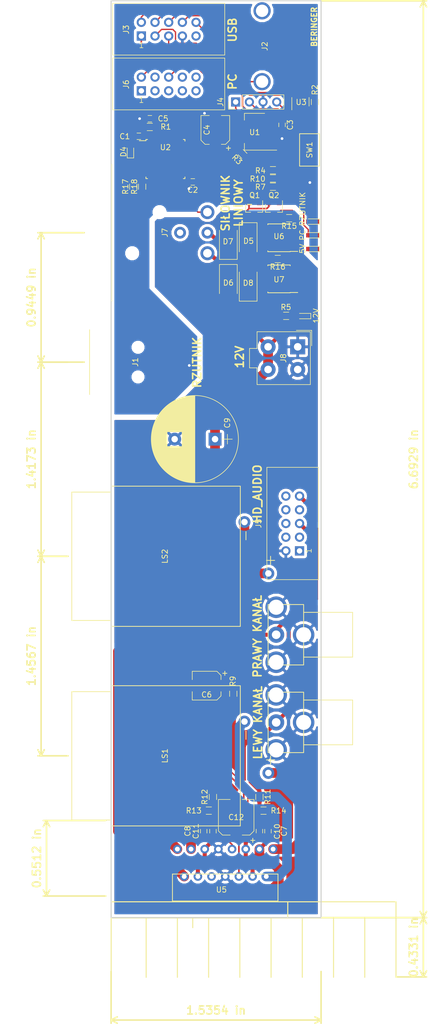
<source format=kicad_pcb>
(kicad_pcb (version 20171130) (host pcbnew "(5.0.0-rc2-dev-311-g1dd4af297)")
  (title_block (title resetUSB) (date 2018-02-14) (rev 1.0) (comment 1 "Projektant: Marek Piotrowski"))
  (layers (0 F.Cu signal) (31 B.Cu signal) (34 B.Paste user) (35 F.Paste user) (36 B.SilkS user) (37 F.SilkS user) (38 B.Mask user) (39 F.Mask user) (44 Edge.Cuts user))
  (net 0 "")
  (net 1 GND)
  (net 2 +5V)
  (net 3 +3V3)
  (net 4 +12V)
  (net 5 "Net-(D1-Pad2)")
  (net 6 "Net-(D2-Pad2)")
  (net 7 "Net-(D6-Pad2)")
  (net 8 /SWDIO)
  (net 9 /USB_P)
  (net 10 /USB_M)
  (net 11 "Net-(Q1-Pad1)")
  (net 12 "Net-(Q1-Pad3)")
  (net 13 "Net-(Q2-Pad3)")
  (net 14 "Net-(Q2-Pad1)")
  (net 15 /USB_PWR)
  (net 16 /SWCLK)
  (net 17 /M_IMP)
  (net 18 /RZUTNIK_VBUS)
  (net 19 /RZUTNIK_DP)
  (net 20 /RZUTNIK_DM)
  (net 21 /PC_PWR)
  (net 22 /PC_LED)
  (net 23 /M_IN1)
  (net 24 /M_IN2)
  (net 25 /LED_RED)
  (net 26 /LED_GREEN)
  (net 27 /LED_BLUE)
  (net 28 /PRZYCISK)
  (net 29 GNDA)
  (net 30 "Net-(C10-Pad2)")
  (net 31 "Net-(C10-Pad1)")
  (net 32 "Net-(LS1-Pad2)")
  (net 33 "Net-(LS1-Pad1)")
  (net 34 "Net-(LS2-Pad1)")
  (net 35 "Net-(LS2-Pad2)")
  (net 36 "Net-(C12-Pad1)")
  (net 37 "Net-(C5-Pad1)")
  (net 38 "Net-(C6-Pad1)")
  (net 39 "Net-(C11-Pad2)")
  (net 40 "Net-(C11-Pad1)")
  (net 41 "Net-(D3-Pad2)")
  (net 42 "Net-(D4-Pad1)")
  (net 43 "Net-(D5-Pad2)")
  (net 44 "Net-(J2-Pad5)")
  (net 45 "Net-(J2-Pad3)")
  (net 46 "Net-(J2-Pad4)")
  (net 47 "Net-(J2-Pad2)")
  (net 48 "Net-(J2-Pad1)")
  (net 49 "Net-(J3-Pad2)")
  (net 50 /OUT2_R)
  (net 51 /OUT2_L)
  (net 52 "Net-(D9-Pad2)")
  (module Resistors_SMD:R_0603 (layer F.Cu) (at 140.3465 196.0985)
    (fp_text reference R14 (at 2.794 0) (layer F.SilkS))
    (fp_text value 10K)
    (pad 1 smd rect (at -0.75 0) (size 0.5 0.9) (layers F.Cu F.Paste F.Mask) (net 31 "Net-(C10-Pad1)"))
    (pad 2 smd rect (at 0.75 0) (size 0.5 0.9) (layers F.Cu F.Paste F.Mask) (net 29 GNDA))
  )
  (module Capacitors_SMD:CP_Elec_6.3x5.3 (layer F.Cu) (at 135.27 197.3285 90)
    (fp_text reference C12 (at 0 0 180) (layer F.SilkS))
    (fp_text value 47u)
    (fp_text user + (at -4.28 3.01 90) (layer F.SilkS))
    (pad 1 smd rect (at -2.7 0 270) (size 3.5 1.6) (layers F.Cu F.Paste F.Mask) (net 36 "Net-(C12-Pad1)"))
    (pad 2 smd rect (at 2.7 0 270) (size 3.5 1.6) (layers F.Cu F.Paste F.Mask) (net 29 GNDA))
  )
  (module Resistors_SMD:R_0603 (layer F.Cu) (at 139.5845 193.5585 270)
    (fp_text reference R11 (at -0.006 -1.5275 270) (layer F.SilkS))
    (fp_text value 4K7)
    (pad 1 smd rect (at -0.75 0 270) (size 0.5 0.9) (layers F.Cu F.Paste F.Mask) (net 51 /OUT2_L))
    (pad 2 smd rect (at 0.75 0 270) (size 0.5 0.9) (layers F.Cu F.Paste F.Mask) (net 31 "Net-(C10-Pad1)"))
  )
  (module Capacitors_SMD:C_0603 (layer F.Cu) (at 130.952 199.9085 270)
    (fp_text reference C11 (at 0 3.1715 270) (layer F.SilkS))
    (fp_text value 0.47u)
    (pad 2 smd rect (at 0.75 0 270) (size 0.8 0.75) (layers F.Cu F.Paste F.Mask) (net 39 "Net-(C11-Pad2)"))
    (pad 1 smd rect (at -0.75 0 270) (size 0.8 0.75) (layers F.Cu F.Paste F.Mask) (net 40 "Net-(C11-Pad1)"))
  )
  (module Capacitors_SMD:C_0603 (layer F.Cu) (at 129.2365 199.9085 90)
    (fp_text reference C8 (at 0 -2.9835 90) (layer F.SilkS))
    (fp_text value 100n)
    (pad 2 smd rect (at 0.75 0 90) (size 0.8 0.75) (layers F.Cu F.Paste F.Mask) (net 29 GNDA))
    (pad 1 smd rect (at -0.75 0 90) (size 0.8 0.75) (layers F.Cu F.Paste F.Mask) (net 4 +12V))
  )
  (module Capacitors_SMD:C_0603 (layer F.Cu) (at 139.5845 199.8965 270)
    (fp_text reference C10 (at 0.0695 -3.3055 270) (layer F.SilkS))
    (fp_text value 0.47u)
    (pad 1 smd rect (at -0.75 0 270) (size 0.8 0.75) (layers F.Cu F.Paste F.Mask) (net 31 "Net-(C10-Pad1)"))
    (pad 2 smd rect (at 0.75 0 270) (size 0.8 0.75) (layers F.Cu F.Paste F.Mask) (net 30 "Net-(C10-Pad2)"))
  )
  (module Resistors_SMD:R_0603 (layer F.Cu) (at 130.9485 193.5585 270)
    (fp_text reference R12 (at 0 1.524 270) (layer F.SilkS))
    (fp_text value 4K7)
    (pad 2 smd rect (at 0.75 0 270) (size 0.5 0.9) (layers F.Cu F.Paste F.Mask) (net 40 "Net-(C11-Pad1)"))
    (pad 1 smd rect (at -0.75 0 270) (size 0.5 0.9) (layers F.Cu F.Paste F.Mask) (net 50 /OUT2_R))
  )
  (module mpio:MULTIWATT15 (layer F.Cu) (at 133.2325 212.8625 180)
    (fp_text reference U5 (at 0.7 2.1 180) (layer F.SilkS))
    (fp_text value TDA7375)
    (pad 8 thru_hole circle (at 0 4.55 180) (size 1.6 1.6) (drill 0.9) (layers *.Cu *.Mask) (net 29 GNDA))
    (pad 6 thru_hole circle (at -2.54 4.55 180) (size 1.6 1.6) (drill 0.9) (layers *.Cu *.Mask) (net 36 "Net-(C12-Pad1)"))
    (pad 4 thru_hole circle (at -5.08 4.55 180) (size 1.6 1.6) (drill 0.9) (layers *.Cu *.Mask) (net 30 "Net-(C10-Pad2)"))
    (pad 2 thru_hole circle (at -7.62 4.55 180) (size 1.6 1.6) (drill 0.9) (layers *.Cu *.Mask) (net 32 "Net-(LS1-Pad2)"))
    (pad 10 thru_hole circle (at 2.54 4.55 180) (size 1.6 1.6) (drill 0.9) (layers *.Cu *.Mask))
    (pad 12 thru_hole circle (at 5.08 4.55 180) (size 1.6 1.6) (drill 0.9) (layers *.Cu *.Mask) (net 39 "Net-(C11-Pad2)"))
    (pad 14 thru_hole circle (at 7.62 4.55 180) (size 1.6 1.6) (drill 0.9) (layers *.Cu *.Mask) (net 35 "Net-(LS2-Pad2)"))
    (pad 1 thru_hole circle (at -8.89 9.63 180) (size 1.6 1.6) (drill 0.9) (layers *.Cu *.Mask) (net 33 "Net-(LS1-Pad1)"))
    (pad 3 thru_hole circle (at -6.35 9.63 180) (size 1.6 1.6) (drill 0.9) (layers *.Cu *.Mask) (net 4 +12V))
    (pad 5 thru_hole circle (at -3.81 9.63 180) (size 1.6 1.6) (drill 0.9) (layers *.Cu *.Mask) (net 30 "Net-(C10-Pad2)"))
    (pad 7 thru_hole circle (at -1.27 9.63 180) (size 1.6 1.6) (drill 0.9) (layers *.Cu *.Mask) (net 38 "Net-(C6-Pad1)"))
    (pad 9 thru_hole circle (at 1.27 9.63 180) (size 1.6 1.6) (drill 0.9) (layers *.Cu *.Mask) (net 29 GNDA))
    (pad 11 thru_hole circle (at 3.81 9.63 180) (size 1.6 1.6) (drill 0.9) (layers *.Cu *.Mask) (net 39 "Net-(C11-Pad2)"))
    (pad 13 thru_hole circle (at 6.35 9.63 180) (size 1.6 1.6) (drill 0.9) (layers *.Cu *.Mask) (net 4 +12V))
    (pad 15 thru_hole circle (at 8.89 9.63 180) (size 1.6 1.6) (drill 0.9) (layers *.Cu *.Mask) (net 34 "Net-(LS2-Pad1)"))
  )
  (module Capacitors_SMD:C_0603 (layer F.Cu) (at 141.1745 199.9085 90)
    (fp_text reference C7 (at 0 2.9855 90) (layer F.SilkS))
    (fp_text value 100n)
    (pad 2 smd rect (at 0.75 0 90) (size 0.8 0.75) (layers F.Cu F.Paste F.Mask) (net 29 GNDA))
    (pad 1 smd rect (at -0.75 0 90) (size 0.8 0.75) (layers F.Cu F.Paste F.Mask) (net 4 +12V))
  )
  (module Resistors_SMD:R_0603 (layer F.Cu) (at 130.1865 196.0985 180)
    (fp_text reference R13 (at 2.794 0 180) (layer F.SilkS))
    (fp_text value 10K)
    (pad 2 smd rect (at 0.75 0 180) (size 0.5 0.9) (layers F.Cu F.Paste F.Mask) (net 29 GNDA))
    (pad 1 smd rect (at -0.75 0 180) (size 0.5 0.9) (layers F.Cu F.Paste F.Mask) (net 40 "Net-(C11-Pad1)"))
  )
  (module Resistors_SMD:R_0603 (layer F.Cu) (at 134.731 174.423 90)
    (fp_text reference R9 (at 2.326 -0.076 90) (layer F.SilkS))
    (fp_text value 47K)
    (pad 1 smd rect (at -0.75 0 90) (size 0.5 0.9) (layers F.Cu F.Paste F.Mask) (net 4 +12V))
    (pad 2 smd rect (at 0.75 0 90) (size 0.5 0.9) (layers F.Cu F.Paste F.Mask) (net 38 "Net-(C6-Pad1)"))
  )
  (module Capacitors_SMD:CP_Elec_5x5.3 (layer F.Cu) (at 129.778 172.899 180)
    (fp_text reference C6 (at 0 -1.702 180) (layer F.SilkS))
    (fp_text value 10u)
    (fp_text user + (at -3.38 2.34 180) (layer F.SilkS))
    (pad 2 smd rect (at 2.2 0) (size 3 1.6) (layers F.Cu F.Paste F.Mask) (net 29 GNDA))
    (pad 1 smd rect (at -2.2 0) (size 3 1.6) (layers F.Cu F.Paste F.Mask) (net 38 "Net-(C6-Pad1)"))
  )
  (module mpio:USB-B_SMD (layer F.Cu) (at 117.0375 112.9325 270)
    (fp_text reference J1 (at 0 0.5 270) (layer F.SilkS))
    (fp_text value USBB-G-SMD)
    (pad 1 smd rect (at 1.875 -7 270) (size 0.7 3) (layers F.Cu F.Paste F.Mask) (net 18 /RZUTNIK_VBUS))
    (pad 3 smd rect (at -1.875 -7 270) (size 0.7 3) (layers F.Cu F.Paste F.Mask) (net 19 /RZUTNIK_DP))
    (pad 4 smd rect (at 0.625 -7 270) (size 0.7 3) (layers F.Cu F.Paste F.Mask) (net 1 GND))
    (pad 2 smd rect (at -0.625 -7 270) (size 0.7 3) (layers F.Cu F.Paste F.Mask) (net 20 /RZUTNIK_DM))
    (pad 5 smd rect (at 6.8 0 270) (size 3.4 6.04) (drill (offset 0 -0.58)) (layers F.Cu F.Paste F.Mask) (net 1 GND))
    (pad 5 smd rect (at -6.8 0 270) (size 3.4 6.04) (drill (offset 0 -0.58)) (layers F.Cu F.Paste F.Mask) (net 1 GND))
    (pad "" np_thru_hole circle (at 2.75 0 270) (size 1.4 1.4) (drill 1.4) (layers *.Cu *.Mask))
    (pad "" np_thru_hole circle (at -2.75 0 270) (size 1.4 1.4) (drill 1.4) (layers *.Cu *.Mask))
  )
  (module mpio:NLJ2MD-H (layer F.Cu) (at 112.0375 148.9325 270)
    (fp_text reference LS2 (at 0 -10 270) (layer F.SilkS))
    (fp_text value NLJ2MD-H)
    (fp_text user - (at -3.81 -24.892 270) (layer F.SilkS) (effects (font (size 2 2))))
    (fp_text user + (at 0.762 -29.464 270) (layer F.SilkS) (effects (font (size 2 2))))
    (pad 1 thru_hole circle (at 3.18 -29.21 270) (size 2.2 2.2) (drill 1.2) (layers *.Cu *.Mask) (net 34 "Net-(LS2-Pad1)"))
    (pad 2 thru_hole circle (at -6.35 -24.77 270) (size 2.2 2.2) (drill 1.2) (layers *.Cu *.Mask) (net 35 "Net-(LS2-Pad2)"))
  )
  (module Diodes_SMD:D_SMA (layer F.Cu) (at 133.813 90.4782 90)
    (fp_text reference D7 (at -0.0948 -0.0585 180) (layer F.SilkS))
    (fp_text value US1D)
    (pad 2 smd rect (at 2 0 90) (size 2.5 1.8) (layers F.Cu F.Paste F.Mask) (net 29 GNDA))
    (pad 1 smd rect (at -2 0 90) (size 2.5 1.8) (layers F.Cu F.Paste F.Mask) (net 43 "Net-(D5-Pad2)"))
  )
  (module Diodes_SMD:D_SMA (layer F.Cu) (at 137.496 90.4782 270)
    (fp_text reference D5 (at 0 -0.0685) (layer F.SilkS))
    (fp_text value US1D)
    (pad 1 smd rect (at -2 0 270) (size 2.5 1.8) (layers F.Cu F.Paste F.Mask) (net 4 +12V))
    (pad 2 smd rect (at 2 0 270) (size 2.5 1.8) (layers F.Cu F.Paste F.Mask) (net 43 "Net-(D5-Pad2)"))
  )
  (module Diodes_SMD:D_SMA (layer F.Cu) (at 133.813 98.2252 270)
    (fp_text reference D8 (at 0.0313 -3.688) (layer F.SilkS))
    (fp_text value US1D)
    (pad 2 smd rect (at 2 0 270) (size 2.5 1.8) (layers F.Cu F.Paste F.Mask) (net 29 GNDA))
    (pad 1 smd rect (at -2 0 270) (size 2.5 1.8) (layers F.Cu F.Paste F.Mask) (net 7 "Net-(D6-Pad2)"))
  )
  (module TO_SOT_Packages_SMD:SOT-23 (layer F.Cu) (at 138.6035 84.384 270)
    (fp_text reference Q1 (at -2.3835 -0.104) (layer F.SilkS))
    (fp_text value BC817)
    (pad 3 smd rect (at 1 0 270) (size 0.9 0.8) (layers F.Cu F.Paste F.Mask) (net 12 "Net-(Q1-Pad3)"))
    (pad 2 smd rect (at -1 0.95 270) (size 0.9 0.8) (layers F.Cu F.Paste F.Mask) (net 29 GNDA))
    (pad 1 smd rect (at -1 -0.95 270) (size 0.9 0.8) (layers F.Cu F.Paste F.Mask) (net 11 "Net-(Q1-Pad1)"))
  )
  (module TO_SOT_Packages_SMD:SOT-23 (layer F.Cu) (at 142.2865 84.384 270)
    (fp_text reference Q2 (at -2.3835 0.023) (layer F.SilkS))
    (fp_text value BC817)
    (pad 3 smd rect (at 1 0 270) (size 0.9 0.8) (layers F.Cu F.Paste F.Mask) (net 13 "Net-(Q2-Pad3)"))
    (pad 2 smd rect (at -1 0.95 270) (size 0.9 0.8) (layers F.Cu F.Paste F.Mask) (net 29 GNDA))
    (pad 1 smd rect (at -1 -0.95 270) (size 0.9 0.8) (layers F.Cu F.Paste F.Mask) (net 14 "Net-(Q2-Pad1)"))
  )
  (module Diodes_SMD:D_SMA (layer F.Cu) (at 137.496 98.2252 90)
    (fp_text reference D6 (at 0 -3.678 180) (layer F.SilkS))
    (fp_text value US1D)
    (pad 1 smd rect (at -2 0 90) (size 2.5 1.8) (layers F.Cu F.Paste F.Mask) (net 4 +12V))
    (pad 2 smd rect (at 2 0 90) (size 2.5 1.8) (layers F.Cu F.Paste F.Mask) (net 7 "Net-(D6-Pad2)"))
  )
  (module mpio:SOIC-8_3.9x4.9mm_Pitch1.27mm (layer F.Cu) (at 143.2237 89.8766 180)
    (fp_text reference U6 (at 0 0.2621 180) (layer F.SilkS))
    (fp_text value AO4616)
    (pad 1 smd rect (at -2.7 -1.905 180) (size 1.55 0.6) (layers F.Cu F.Paste F.Mask) (net 29 GNDA))
    (pad 2 smd rect (at -2.7 -0.635 180) (size 1.55 0.6) (layers F.Cu F.Paste F.Mask) (net 12 "Net-(Q1-Pad3)"))
    (pad 3 smd rect (at -2.7 0.635 180) (size 1.55 0.6) (layers F.Cu F.Paste F.Mask) (net 4 +12V))
    (pad 4 smd rect (at -2.7 1.905 180) (size 1.55 0.6) (layers F.Cu F.Paste F.Mask) (net 12 "Net-(Q1-Pad3)"))
    (pad 5 smd rect (at 2.7 1.905 180) (size 1.55 0.6) (layers F.Cu F.Paste F.Mask) (net 43 "Net-(D5-Pad2)"))
    (pad 6 smd rect (at 2.7 0.635 180) (size 1.55 0.6) (layers F.Cu F.Paste F.Mask) (net 43 "Net-(D5-Pad2)"))
    (pad 7 smd rect (at 2.7 -0.635 180) (size 1.55 0.6) (layers F.Cu F.Paste F.Mask) (net 43 "Net-(D5-Pad2)"))
    (pad 8 smd rect (at 2.7 -1.905 180) (size 1.55 0.6) (layers F.Cu F.Paste F.Mask) (net 43 "Net-(D5-Pad2)"))
  )
  (module mpio:SOIC-8_3.9x4.9mm_Pitch1.27mm (layer F.Cu) (at 143.2237 97.4966 180)
    (fp_text reference U7 (at 0 -0.1179 180) (layer F.SilkS))
    (fp_text value AO4616)
    (pad 1 smd rect (at -2.7 -1.905 180) (size 1.55 0.6) (layers F.Cu F.Paste F.Mask) (net 29 GNDA))
    (pad 2 smd rect (at -2.7 -0.635 180) (size 1.55 0.6) (layers F.Cu F.Paste F.Mask) (net 13 "Net-(Q2-Pad3)"))
    (pad 3 smd rect (at -2.7 0.635 180) (size 1.55 0.6) (layers F.Cu F.Paste F.Mask) (net 4 +12V))
    (pad 4 smd rect (at -2.7 1.905 180) (size 1.55 0.6) (layers F.Cu F.Paste F.Mask) (net 13 "Net-(Q2-Pad3)"))
    (pad 5 smd rect (at 2.7 1.905 180) (size 1.55 0.6) (layers F.Cu F.Paste F.Mask) (net 7 "Net-(D6-Pad2)"))
    (pad 6 smd rect (at 2.7 0.635 180) (size 1.55 0.6) (layers F.Cu F.Paste F.Mask) (net 7 "Net-(D6-Pad2)"))
    (pad 7 smd rect (at 2.7 -0.635 180) (size 1.55 0.6) (layers F.Cu F.Paste F.Mask) (net 7 "Net-(D6-Pad2)"))
    (pad 8 smd rect (at 2.7 -1.905 180) (size 1.55 0.6) (layers F.Cu F.Paste F.Mask) (net 7 "Net-(D6-Pad2)"))
  )
  (module Resistors_SMD:R_0603 (layer F.Cu) (at 142.986 93.8115 180)
    (fp_text reference R16 (at 0 -1.45 180) (layer F.SilkS))
    (fp_text value 10K)
    (pad 1 smd rect (at -0.75 0 180) (size 0.5 0.9) (layers F.Cu F.Paste F.Mask) (net 13 "Net-(Q2-Pad3)"))
    (pad 2 smd rect (at 0.75 0 180) (size 0.5 0.9) (layers F.Cu F.Paste F.Mask) (net 4 +12V))
  )
  (module Resistors_SMD:R_0603 (layer F.Cu) (at 145.1083 86.2423 180)
    (fp_text reference R15 (at 0 -1.45 180) (layer F.SilkS))
    (fp_text value 10K)
    (pad 2 smd rect (at 0.75 0 180) (size 0.5 0.9) (layers F.Cu F.Paste F.Mask) (net 4 +12V))
    (pad 1 smd rect (at -0.75 0 180) (size 0.5 0.9) (layers F.Cu F.Paste F.Mask) (net 12 "Net-(Q1-Pad3)"))
  )
  (module mpio:IDC10 (layer F.Cu) (at 147.0375 147.9325 90)
    (fp_text reference J5 (at 5.08 -7.62 90) (layer F.SilkS))
    (fp_text value Conn_02x05)
    (fp_text user 1 (at 0.02 1.72 90) (layer F.SilkS) (effects (font (thickness 0.12))))
    (pad 1 thru_hole rect (at 0 0 90) (size 1.7272 1.7272) (drill 1.016) (layers *.Cu *.Mask))
    (pad 2 thru_hole oval (at 0 -2.54 90) (size 1.7272 1.7272) (drill 1.016) (layers *.Cu *.Mask) (net 29 GNDA))
    (pad 3 thru_hole oval (at 2.54 0 90) (size 1.7272 1.7272) (drill 1.016) (layers *.Cu *.Mask))
    (pad 4 thru_hole oval (at 2.54 -2.54 90) (size 1.7272 1.7272) (drill 1.016) (layers *.Cu *.Mask))
    (pad 5 thru_hole oval (at 5.08 0 90) (size 1.7272 1.7272) (drill 1.016) (layers *.Cu *.Mask) (net 50 /OUT2_R))
    (pad 6 thru_hole oval (at 5.08 -2.54 90) (size 1.7272 1.7272) (drill 1.016) (layers *.Cu *.Mask))
    (pad 7 thru_hole oval (at 7.62 0 90) (size 1.7272 1.7272) (drill 1.016) (layers *.Cu *.Mask))
    (pad 8 thru_hole oval (at 7.62 -2.54 90) (size 1.7272 1.7272) (drill 1.016) (layers *.Cu *.Mask))
    (pad 9 thru_hole oval (at 10.16 0 90) (size 1.7272 1.7272) (drill 1.016) (layers *.Cu *.Mask) (net 51 /OUT2_L))
    (pad 10 thru_hole oval (at 10.16 -2.54 90) (size 1.7272 1.7272) (drill 1.016) (layers *.Cu *.Mask))
  )
  (module mpio:FC68391 (layer F.Cu) (at 147.796 179.738 90)
    (fp_text reference J9 (at 0 0.5 90) (layer F.SilkS))
    (fp_text value FC68391)
    (pad 2 thru_hole circle (at 5.1 -5.1 90) (size 4 4) (drill 2.8) (layers *.Cu *.Mask) (net 29 GNDA))
    (pad 2 thru_hole circle (at -5.1 -5.1 90) (size 4 4) (drill 2.8) (layers *.Cu *.Mask) (net 29 GNDA))
    (pad 1 thru_hole circle (at 0 -5.1 90) (size 3 3) (drill 1.6) (layers *.Cu *.Mask) (net 51 /OUT2_L))
    (pad 2 thru_hole circle (at 0 0 90) (size 4 4) (drill 2.8) (layers *.Cu *.Mask) (net 29 GNDA))
  )
  (module LEDs:LED_0603 (layer F.Cu) (at 147.828 104.394 180)
    (fp_text reference D9 hide)
    (fp_text value RED)
    (pad 2 smd rect (at 0.8 0) (size 0.8 0.8) (layers F.Cu F.Paste F.Mask) (net 52 "Net-(D9-Pad2)"))
    (pad 1 smd rect (at -0.8 0) (size 0.8 0.8) (layers F.Cu F.Paste F.Mask) (net 29 GNDA))
  )
  (module Resistors_SMD:R_0603 (layer F.Cu) (at 144.5495 104.3525)
    (fp_text reference R5 (at -0.0395 -1.6045) (layer F.SilkS))
    (fp_text value 100K)
    (pad 1 smd rect (at -0.75 0) (size 0.5 0.9) (layers F.Cu F.Paste F.Mask) (net 4 +12V))
    (pad 2 smd rect (at 0.75 0) (size 0.5 0.9) (layers F.Cu F.Paste F.Mask) (net 52 "Net-(D9-Pad2)"))
  )
  (module mpio:Molex_MiniFit-JR-5556-04A_2x02x4.20mm_Straight (layer F.Cu) (at 146.6955 110.0935 270)
    (fp_text reference J8 (at 2.1 2.654 270) (layer F.SilkS))
    (fp_text value "Mini-Fit Jr; 4,2mm")
    (pad 1 thru_hole rect (at 0 0 270) (size 2.8 2.8) (drill 1.4) (layers *.Cu *.Mask) (net 29 GNDA))
    (pad 2 thru_hole circle (at 4.2 0 270) (size 2.8 2.8) (drill 1.4) (layers *.Cu *.Mask) (net 29 GNDA))
    (pad 3 thru_hole circle (at 0 5.5 270) (size 2.8 2.8) (drill 1.4) (layers *.Cu *.Mask) (net 4 +12V))
    (pad 4 thru_hole circle (at 4.2 5.5 270) (size 2.8 2.8) (drill 1.4) (layers *.Cu *.Mask) (net 4 +12V))
  )
  (module mpio:FC68391 (layer F.Cu) (at 147.796 163.482 90)
    (fp_text reference J10 (at 0 0.5 90) (layer F.SilkS))
    (fp_text value FC68391)
    (pad 2 thru_hole circle (at 5.1 -5.1 90) (size 4 4) (drill 2.8) (layers *.Cu *.Mask) (net 29 GNDA))
    (pad 2 thru_hole circle (at -5.1 -5.1 90) (size 4 4) (drill 2.8) (layers *.Cu *.Mask) (net 29 GNDA))
    (pad 1 thru_hole circle (at 0 -5.1 90) (size 3 3) (drill 1.6) (layers *.Cu *.Mask) (net 50 /OUT2_R))
    (pad 2 thru_hole circle (at 0 0 90) (size 4 4) (drill 2.8) (layers *.Cu *.Mask) (net 29 GNDA))
  )
  (module Resistors_SMD:R_0603 (layer F.Cu) (at 142.097 78.872 180)
    (fp_text reference R10 (at 2.8448 -0.0762 180) (layer F.SilkS))
    (fp_text value 33K)
    (pad 1 smd rect (at -0.75 0 180) (size 0.5 0.9) (layers F.Cu F.Paste F.Mask) (net 41 "Net-(D3-Pad2)"))
    (pad 2 smd rect (at 0.75 0 180) (size 0.5 0.9) (layers F.Cu F.Paste F.Mask) (net 27 /LED_BLUE))
  )
  (module mpio:AC3MAH-AU-PRE (layer F.Cu) (at 121.0375 88.9325 90)
    (fp_text reference J7 (at 0 1 90) (layer F.SilkS))
    (fp_text value AC3MAH-AU-PRE)
    (pad "" np_thru_hole circle (at -3.81 -5.08 90) (size 1.6 1.6) (drill 1.6) (layers *.Cu *.Mask))
    (pad "" np_thru_hole circle (at 3.81 0 90) (size 1.6 1.6) (drill 1.6) (layers *.Cu *.Mask))
    (pad 4 thru_hole circle (at 0 3.81 90) (size 2.2 2.2) (drill 1.2) (layers *.Cu *.Mask))
    (pad 3 thru_hole circle (at 0 8.89 90) (size 2.2 2.2) (drill 1.2) (layers *.Cu *.Mask) (net 43 "Net-(D5-Pad2)"))
    (pad 2 thru_hole circle (at -3.81 8.89 90) (size 2.6 2.6) (drill 1.6) (layers *.Cu *.Mask) (net 7 "Net-(D6-Pad2)"))
    (pad 1 thru_hole circle (at 3.81 8.89 90) (size 2.6 2.6) (drill 1.6) (layers *.Cu *.Mask) (net 42 "Net-(D4-Pad1)"))
  )
  (module Housings_QFP:LQFP-32_7x7mm_Pitch0.8mm (layer F.Cu) (at 122.130272 75.273643)
    (fp_text reference U2 (at 0 -2.163143) (layer F.SilkS))
    (fp_text value STM32F042K6Tx)
    (pad 1 smd rect (at -4.25 -2.8) (size 1.2 0.6) (layers F.Cu F.Paste F.Mask) (net 3 +3V3))
    (pad 2 smd rect (at -4.25 -2) (size 1.2 0.6) (layers F.Cu F.Paste F.Mask) (net 17 /M_IMP))
    (pad 3 smd rect (at -4.25 -1.2) (size 1.2 0.6) (layers F.Cu F.Paste F.Mask))
    (pad 4 smd rect (at -4.25 -0.4) (size 1.2 0.6) (layers F.Cu F.Paste F.Mask))
    (pad 5 smd rect (at -4.25 0.4) (size 1.2 0.6) (layers F.Cu F.Paste F.Mask) (net 3 +3V3))
    (pad 6 smd rect (at -4.25 1.2) (size 1.2 0.6) (layers F.Cu F.Paste F.Mask) (net 23 /M_IN1))
    (pad 7 smd rect (at -4.25 2) (size 1.2 0.6) (layers F.Cu F.Paste F.Mask) (net 24 /M_IN2))
    (pad 8 smd rect (at -4.25 2.8) (size 1.2 0.6) (layers F.Cu F.Paste F.Mask))
    (pad 9 smd rect (at -2.8 4.25 90) (size 1.2 0.6) (layers F.Cu F.Paste F.Mask) (net 26 /LED_GREEN))
    (pad 10 smd rect (at -2 4.25 90) (size 1.2 0.6) (layers F.Cu F.Paste F.Mask) (net 27 /LED_BLUE))
    (pad 11 smd rect (at -1.2 4.25 90) (size 1.2 0.6) (layers F.Cu F.Paste F.Mask) (net 25 /LED_RED))
    (pad 12 smd rect (at -0.4 4.25 90) (size 1.2 0.6) (layers F.Cu F.Paste F.Mask))
    (pad 13 smd rect (at 0.4 4.25 90) (size 1.2 0.6) (layers F.Cu F.Paste F.Mask))
    (pad 14 smd rect (at 1.2 4.25 90) (size 1.2 0.6) (layers F.Cu F.Paste F.Mask))
    (pad 15 smd rect (at 2 4.25 90) (size 1.2 0.6) (layers F.Cu F.Paste F.Mask))
    (pad 16 smd rect (at 2.8 4.25 90) (size 1.2 0.6) (layers F.Cu F.Paste F.Mask) (net 1 GND))
    (pad 17 smd rect (at 4.25 2.8) (size 1.2 0.6) (layers F.Cu F.Paste F.Mask) (net 3 +3V3))
    (pad 18 smd rect (at 4.25 2) (size 1.2 0.6) (layers F.Cu F.Paste F.Mask))
    (pad 19 smd rect (at 4.25 1.2) (size 1.2 0.6) (layers F.Cu F.Paste F.Mask) (net 28 /PRZYCISK))
    (pad 20 smd rect (at 4.25 0.4) (size 1.2 0.6) (layers F.Cu F.Paste F.Mask) (net 15 /USB_PWR))
    (pad 21 smd rect (at 4.25 -0.4) (size 1.2 0.6) (layers F.Cu F.Paste F.Mask) (net 10 /USB_M))
    (pad 22 smd rect (at 4.25 -1.2) (size 1.2 0.6) (layers F.Cu F.Paste F.Mask) (net 9 /USB_P))
    (pad 23 smd rect (at 4.25 -2) (size 1.2 0.6) (layers F.Cu F.Paste F.Mask) (net 8 /SWDIO))
    (pad 24 smd rect (at 4.25 -2.8) (size 1.2 0.6) (layers F.Cu F.Paste F.Mask) (net 16 /SWCLK))
    (pad 25 smd rect (at 2.8 -4.25 90) (size 1.2 0.6) (layers F.Cu F.Paste F.Mask) (net 22 /PC_LED))
    (pad 26 smd rect (at 2 -4.25 90) (size 1.2 0.6) (layers F.Cu F.Paste F.Mask) (net 21 /PC_PWR))
    (pad 27 smd rect (at 1.2 -4.25 90) (size 1.2 0.6) (layers F.Cu F.Paste F.Mask))
    (pad 28 smd rect (at 0.4 -4.25 90) (size 1.2 0.6) (layers F.Cu F.Paste F.Mask) (net 19 /RZUTNIK_DP))
    (pad 29 smd rect (at -0.4 -4.25 90) (size 1.2 0.6) (layers F.Cu F.Paste F.Mask) (net 20 /RZUTNIK_DM))
    (pad 30 smd rect (at -1.2 -4.25 90) (size 1.2 0.6) (layers F.Cu F.Paste F.Mask) (net 18 /RZUTNIK_VBUS))
    (pad 31 smd rect (at -2 -4.25 90) (size 1.2 0.6) (layers F.Cu F.Paste F.Mask) (net 37 "Net-(C5-Pad1)"))
    (pad 32 smd rect (at -2.8 -4.25 90) (size 1.2 0.6) (layers F.Cu F.Paste F.Mask) (net 1 GND))
  )
  (module Resistors_SMD:R_0603 (layer F.Cu) (at 119.225376 69.325202)
    (fp_text reference R1 (at 2.972124 -0.024702) (layer F.SilkS))
    (fp_text value 100K)
    (pad 2 smd rect (at 0.75 0) (size 0.5 0.9) (layers F.Cu F.Paste F.Mask) (net 37 "Net-(C5-Pad1)"))
    (pad 1 smd rect (at -0.75 0) (size 0.5 0.9) (layers F.Cu F.Paste F.Mask) (net 1 GND))
  )
  (module Capacitors_SMD:C_0603 (layer F.Cu) (at 117.191131 71.052923)
    (fp_text reference C1 (at -2.613631 0.025577) (layer F.SilkS))
    (fp_text value 100n)
    (pad 1 smd rect (at -0.75 0) (size 0.8 0.75) (layers F.Cu F.Paste F.Mask) (net 3 +3V3))
    (pad 2 smd rect (at 0.75 0) (size 0.8 0.75) (layers F.Cu F.Paste F.Mask) (net 1 GND))
  )
  (module Capacitors_SMD:C_0603 (layer F.Cu) (at 119.237376 67.801202 180)
    (fp_text reference C5 (at -2.452124 0.024702 180) (layer F.SilkS))
    (fp_text value 100n)
    (pad 1 smd rect (at -0.75 0 180) (size 0.8 0.75) (layers F.Cu F.Paste F.Mask) (net 37 "Net-(C5-Pad1)"))
    (pad 2 smd rect (at 0.75 0 180) (size 0.8 0.75) (layers F.Cu F.Paste F.Mask) (net 1 GND))
  )
  (module mpio:USB-A_SMD (layer F.Cu) (at 140.081 54.356 90)
    (fp_text reference J2 (at 0 0.5 90) (layer F.SilkS))
    (fp_text value TUEA4F2SOBHT)
    (pad 5 thru_hole circle (at -6.57 0 90) (size 3.2 3.2) (drill 2.3) (layers *.Cu *.Mask) (net 44 "Net-(J2-Pad5)"))
    (pad 5 thru_hole circle (at 6.57 0 90) (size 3.2 3.2) (drill 2.3) (layers *.Cu *.Mask) (net 44 "Net-(J2-Pad5)"))
    (pad 3 smd rect (at 1 -4.21 90) (size 1 3) (layers F.Cu F.Paste F.Mask) (net 45 "Net-(J2-Pad3)"))
    (pad 4 smd rect (at 3.5 -4.21 90) (size 1 3) (layers F.Cu F.Paste F.Mask) (net 46 "Net-(J2-Pad4)"))
    (pad 2 smd rect (at -1 -4.21 90) (size 1 3) (layers F.Cu F.Paste F.Mask) (net 47 "Net-(J2-Pad2)"))
    (pad 1 smd rect (at -3.5 -4.21 90) (size 1 3) (layers F.Cu F.Paste F.Mask) (net 48 "Net-(J2-Pad1)"))
  )
  (module Capacitors_THT:CP_Radial_D16.0mm_P7.50mm (layer F.Cu) (at 131.3415 127.2125 180)
    (fp_text reference C9 (at -2.28 3 -90) (layer F.SilkS))
    (fp_text value 4700u)
    (pad 1 thru_hole rect (at 0 0 180) (size 2.4 2.4) (drill 1.2) (layers *.Cu *.Mask) (net 4 +12V))
    (pad 2 thru_hole circle (at 7.5 0 180) (size 2.4 2.4) (drill 1.2) (layers *.Cu *.Mask) (net 29 GNDA))
  )
  (module mpio:NLJ2MD-H (layer F.Cu) (at 112.0375 185.9325 270)
    (fp_text reference LS1 (at 0 -10 270) (layer F.SilkS))
    (fp_text value NLJ2MD-H)
    (fp_text user + (at 0.762 -29.464 270) (layer F.SilkS) (effects (font (size 2 2))))
    (fp_text user - (at -3.81 -24.892 270) (layer F.SilkS) (effects (font (size 2 2))))
    (pad 2 thru_hole circle (at -6.35 -24.77 270) (size 2.2 2.2) (drill 1.2) (layers *.Cu *.Mask) (net 32 "Net-(LS1-Pad2)"))
    (pad 1 thru_hole circle (at 3.18 -29.21 270) (size 2.2 2.2) (drill 1.2) (layers *.Cu *.Mask) (net 33 "Net-(LS1-Pad1)"))
  )
  (module Capacitors_SMD:C_0603 (layer F.Cu) (at 143.786359 68.940041 270)
    (fp_text reference C3 (at 0 -1.5 270) (layer F.SilkS))
    (fp_text value 100n)
    (pad 1 smd rect (at -0.75 0 270) (size 0.8 0.75) (layers F.Cu F.Paste F.Mask) (net 2 +5V))
    (pad 2 smd rect (at 0.75 0 270) (size 0.8 0.75) (layers F.Cu F.Paste F.Mask) (net 1 GND))
  )
  (module Capacitors_SMD:CP_Elec_5x5.3 (layer F.Cu) (at 131.4183 69.8751 90)
    (fp_text reference C4 (at 0 -1.6008 90) (layer F.SilkS))
    (fp_text value 10u)
    (fp_text user + (at -3.38 2.34 90) (layer F.SilkS))
    (pad 2 smd rect (at 2.2 0 270) (size 3 1.6) (layers F.Cu F.Paste F.Mask) (net 1 GND))
    (pad 1 smd rect (at -2.2 0 270) (size 3 1.6) (layers F.Cu F.Paste F.Mask) (net 3 +3V3))
  )
  (module TO_SOT_Packages_SMD:SOT-223-3_TabPin2 (layer F.Cu) (at 138.706359 70.210041 180)
    (fp_text reference U1 (at 0 -0.106459 180) (layer F.SilkS))
    (fp_text value LD1117S33TR)
    (pad 1 smd rect (at -3.15 -2.3 180) (size 2 1.5) (layers F.Cu F.Paste F.Mask) (net 1 GND))
    (pad 3 smd rect (at -3.15 2.3 180) (size 2 1.5) (layers F.Cu F.Paste F.Mask) (net 2 +5V))
    (pad 2 smd rect (at -3.15 0 180) (size 2 1.5) (layers F.Cu F.Paste F.Mask) (net 3 +3V3))
    (pad 2 smd rect (at 3.15 0 180) (size 2 3.8) (layers F.Cu F.Paste F.Mask) (net 3 +3V3))
  )
  (module mpio:SW_3x6_1,6x7,4 (layer F.Cu) (at 148.8935 73.5835 90)
    (fp_text reference SW1 (at 0 0 90) (layer F.SilkS))
    (fp_text value "TACTM-34N-F " hide)
    (pad 2 smd rect (at 3.7 0 90) (size 2.18 1.6) (layers F.Cu F.Paste F.Mask) (net 28 /PRZYCISK))
    (pad 1 smd rect (at -3.7 0 90) (size 2.18 1.6) (layers F.Cu F.Paste F.Mask) (net 1 GND))
  )
  (module Capacitors_SMD:C_0603 (layer F.Cu) (at 127.210127 79.513456 180)
    (fp_text reference C2 (at 0 -1.5 180) (layer F.SilkS))
    (fp_text value 100n)
    (pad 1 smd rect (at -0.75 0 180) (size 0.8 0.75) (layers F.Cu F.Paste F.Mask) (net 3 +3V3))
    (pad 2 smd rect (at 0.75 0 180) (size 0.8 0.75) (layers F.Cu F.Paste F.Mask) (net 1 GND))
  )
  (module Resistors_SMD:R_0603 (layer F.Cu) (at 136.4475 74.3455 135)
    (fp_text reference R3 (at 0 -1.45 135) (layer F.SilkS))
    (fp_text value 100K)
    (pad 2 smd rect (at 0.75 0 135) (size 0.5 0.9) (layers F.Cu F.Paste F.Mask) (net 3 +3V3))
    (pad 1 smd rect (at -0.75 0 135) (size 0.5 0.9) (layers F.Cu F.Paste F.Mask) (net 8 /SWDIO))
  )
  (module Diodes_SMD:D_SOD-523 (layer F.Cu) (at 115.6335 73.9235 90)
    (fp_text reference D4 (at 0 -1.3 90) (layer F.SilkS))
    (fp_text value 1PS79SB70)
    (pad 1 smd rect (at -0.7 0 270) (size 0.6 0.7) (layers F.Cu F.Paste F.Mask) (net 42 "Net-(D4-Pad1)"))
    (pad 2 smd rect (at 0.7 0 270) (size 0.6 0.7) (layers F.Cu F.Paste F.Mask) (net 17 /M_IMP))
  )
  (module LEDs:LED_0603 (layer F.Cu) (at 149.463 91.953 180)
    (fp_text reference D1 hide)
    (fp_text value RED)
    (pad 1 smd rect (at -0.8 0) (size 0.8 0.8) (layers F.Cu F.Paste F.Mask) (net 1 GND))
    (pad 2 smd rect (at 0.8 0) (size 0.8 0.8) (layers F.Cu F.Paste F.Mask) (net 5 "Net-(D1-Pad2)"))
  )
  (module LEDs:LED_0603 (layer F.Cu) (at 149.463 89.413 180)
    (fp_text reference D2 hide)
    (fp_text value GREEN)
    (pad 1 smd rect (at -0.8 0) (size 0.8 0.8) (layers F.Cu F.Paste F.Mask) (net 1 GND))
    (pad 2 smd rect (at 0.8 0) (size 0.8 0.8) (layers F.Cu F.Paste F.Mask) (net 6 "Net-(D2-Pad2)"))
  )
  (module LEDs:LED_0603 (layer F.Cu) (at 149.463 86.873 180)
    (fp_text reference D3 hide)
    (fp_text value BLUE)
    (pad 1 smd rect (at -0.8 0) (size 0.8 0.8) (layers F.Cu F.Paste F.Mask) (net 1 GND))
    (pad 2 smd rect (at 0.8 0) (size 0.8 0.8) (layers F.Cu F.Paste F.Mask) (net 41 "Net-(D3-Pad2)"))
  )
  (module Resistors_SMD:R_0603 (layer F.Cu) (at 149.9095 64.6935 270)
    (fp_text reference R2 (at -2.251 0.026 270) (layer F.SilkS))
    (fp_text value 100K)
    (pad 2 smd rect (at 0.75 0 270) (size 0.5 0.9) (layers F.Cu F.Paste F.Mask) (net 15 /USB_PWR))
    (pad 1 smd rect (at -0.75 0 270) (size 0.5 0.9) (layers F.Cu F.Paste F.Mask) (net 49 "Net-(J3-Pad2)"))
  )
  (module mpio:IDC10 (layer F.Cu) (at 117.6515 52.4615)
    (fp_text reference J3 (at -2.82 -1.195 90) (layer F.SilkS))
    (fp_text value Conn_02x05)
    (fp_text user 1 (at 0.02 1.72) (layer F.SilkS) (effects (font (thickness 0.12))))
    (pad 1 thru_hole rect (at 0 0) (size 1.7272 1.7272) (drill 1.016) (layers *.Cu *.Mask) (net 2 +5V))
    (pad 2 thru_hole oval (at 0 -2.54) (size 1.7272 1.7272) (drill 1.016) (layers *.Cu *.Mask) (net 49 "Net-(J3-Pad2)"))
    (pad 3 thru_hole oval (at 2.54 0) (size 1.7272 1.7272) (drill 1.016) (layers *.Cu *.Mask) (net 10 /USB_M))
    (pad 4 thru_hole oval (at 2.54 -2.54) (size 1.7272 1.7272) (drill 1.016) (layers *.Cu *.Mask) (net 47 "Net-(J2-Pad2)"))
    (pad 5 thru_hole oval (at 5.08 0) (size 1.7272 1.7272) (drill 1.016) (layers *.Cu *.Mask) (net 9 /USB_P))
    (pad 6 thru_hole oval (at 5.08 -2.54) (size 1.7272 1.7272) (drill 1.016) (layers *.Cu *.Mask) (net 45 "Net-(J2-Pad3)"))
    (pad 7 thru_hole oval (at 7.62 0) (size 1.7272 1.7272) (drill 1.016) (layers *.Cu *.Mask) (net 1 GND))
    (pad 8 thru_hole oval (at 7.62 -2.54) (size 1.7272 1.7272) (drill 1.016) (layers *.Cu *.Mask) (net 46 "Net-(J2-Pad4)"))
    (pad 9 thru_hole oval (at 10.16 0) (size 1.7272 1.7272) (drill 1.016) (layers *.Cu *.Mask))
    (pad 10 thru_hole oval (at 10.16 -2.54) (size 1.7272 1.7272) (drill 1.016) (layers *.Cu *.Mask) (net 44 "Net-(J2-Pad5)"))
  )
  (module mpio:IDC10 (layer F.Cu) (at 117.6515 62.6215)
    (fp_text reference J6 (at -2.82 -1.195 90) (layer F.SilkS))
    (fp_text value Conn_02x05)
    (fp_text user 1 (at 0.02 1.72) (layer F.SilkS) (effects (font (thickness 0.12))))
    (pad 10 thru_hole oval (at 10.16 -2.54) (size 1.7272 1.7272) (drill 1.016) (layers *.Cu *.Mask))
    (pad 9 thru_hole oval (at 10.16 0) (size 1.7272 1.7272) (drill 1.016) (layers *.Cu *.Mask))
    (pad 8 thru_hole oval (at 7.62 -2.54) (size 1.7272 1.7272) (drill 1.016) (layers *.Cu *.Mask))
    (pad 7 thru_hole oval (at 7.62 0) (size 1.7272 1.7272) (drill 1.016) (layers *.Cu *.Mask))
    (pad 6 thru_hole oval (at 5.08 -2.54) (size 1.7272 1.7272) (drill 1.016) (layers *.Cu *.Mask) (net 21 /PC_PWR))
    (pad 5 thru_hole oval (at 5.08 0) (size 1.7272 1.7272) (drill 1.016) (layers *.Cu *.Mask))
    (pad 4 thru_hole oval (at 2.54 -2.54) (size 1.7272 1.7272) (drill 1.016) (layers *.Cu *.Mask))
    (pad 3 thru_hole oval (at 2.54 0) (size 1.7272 1.7272) (drill 1.016) (layers *.Cu *.Mask))
    (pad 2 thru_hole oval (at 0 -2.54) (size 1.7272 1.7272) (drill 1.016) (layers *.Cu *.Mask) (net 22 /PC_LED))
    (pad 1 thru_hole rect (at 0 0) (size 1.7272 1.7272) (drill 1.016) (layers *.Cu *.Mask))
  )
  (module Pin_Headers:Pin_Header_Straight_1x04_Pitch2.54mm (layer F.Cu) (at 135.1775 64.6935 90)
    (fp_text reference J4 (at 0 -2.82 270) (layer F.SilkS))
    (fp_text value SWD_4pin)
    (pad 4 thru_hole oval (at 0 7.62 90) (size 1.7 1.7) (drill 1) (layers *.Cu *.Mask) (net 8 /SWDIO))
    (pad 3 thru_hole oval (at 0 5.08 90) (size 1.7 1.7) (drill 1) (layers *.Cu *.Mask) (net 1 GND))
    (pad 2 thru_hole oval (at 0 2.54 90) (size 1.7 1.7) (drill 1) (layers *.Cu *.Mask) (net 16 /SWCLK))
    (pad 1 thru_hole rect (at 0 0 90) (size 1.7 1.7) (drill 1) (layers *.Cu *.Mask) (net 3 +3V3))
  )
  (module mpio:TSOP-6_1.65x3.05mm_Pitch0.95mm (layer F.Cu) (at 147.2044 64.6568 90)
    (fp_text reference U3 (at -0.0717 0.1391 180) (layer F.SilkS))
    (fp_text value IRLTS2242)
    (pad 6 smd rect (at 1.16 -0.95 90) (size 0.7 0.51) (layers F.Cu F.Paste F.Mask) (net 48 "Net-(J2-Pad1)"))
    (pad 5 smd rect (at 1.16 0 90) (size 0.7 0.51) (layers F.Cu F.Paste F.Mask) (net 48 "Net-(J2-Pad1)"))
    (pad 4 smd rect (at 1.16 0.95 90) (size 0.7 0.51) (layers F.Cu F.Paste F.Mask) (net 49 "Net-(J3-Pad2)"))
    (pad 3 smd rect (at -1.16 0.95 90) (size 0.7 0.51) (layers F.Cu F.Paste F.Mask) (net 15 /USB_PWR))
    (pad 2 smd rect (at -1.16 0 90) (size 0.7 0.51) (layers F.Cu F.Paste F.Mask) (net 48 "Net-(J2-Pad1)"))
    (pad 1 smd rect (at -1.16 -0.95 90) (size 0.7 0.51) (layers F.Cu F.Paste F.Mask) (net 48 "Net-(J2-Pad1)"))
  )
  (module Resistors_SMD:R_0603 (layer F.Cu) (at 142.097 80.396 180)
    (fp_text reference R7 (at 2.3368 -0.0562 180) (layer F.SilkS))
    (fp_text value 6K8)
    (pad 1 smd rect (at -0.75 0 180) (size 0.5 0.9) (layers F.Cu F.Paste F.Mask) (net 6 "Net-(D2-Pad2)"))
    (pad 2 smd rect (at 0.75 0 180) (size 0.5 0.9) (layers F.Cu F.Paste F.Mask) (net 26 /LED_GREEN))
  )
  (module Resistors_SMD:R_0603 (layer F.Cu) (at 142.097 77.348 180)
    (fp_text reference R4 (at 2.326 -0.076 180) (layer F.SilkS))
    (fp_text value 22K)
    (pad 1 smd rect (at -0.75 0 180) (size 0.5 0.9) (layers F.Cu F.Paste F.Mask) (net 5 "Net-(D1-Pad2)"))
    (pad 2 smd rect (at 0.75 0 180) (size 0.5 0.9) (layers F.Cu F.Paste F.Mask) (net 25 /LED_RED))
  )
  (module Resistors_SMD:R_0603 (layer F.Cu) (at 116.1523 80.4003 90)
    (fp_text reference R17 (at 0 -1.45 90) (layer F.SilkS))
    (fp_text value 10K)
    (pad 2 smd rect (at 0.75 0 90) (size 0.5 0.9) (layers F.Cu F.Paste F.Mask) (net 23 /M_IN1))
    (pad 1 smd rect (at -0.75 0 90) (size 0.5 0.9) (layers F.Cu F.Paste F.Mask) (net 11 "Net-(Q1-Pad1)"))
  )
  (module Resistors_SMD:R_0603 (layer F.Cu) (at 117.8033 80.4003 90)
    (fp_text reference R18 (at 0 -1.45 90) (layer F.SilkS))
    (fp_text value 10K)
    (pad 2 smd rect (at 0.75 0 90) (size 0.5 0.9) (layers F.Cu F.Paste F.Mask) (net 24 /M_IN2))
    (pad 1 smd rect (at -0.75 0 90) (size 0.5 0.9) (layers F.Cu F.Paste F.Mask) (net 14 "Net-(Q2-Pad1)"))
  )
  (dimension 11 (width 0.3) (layer F.SilkS) (gr_text "11.000 mm" (at 172.1375 221.4325 90) (layer F.SilkS) (effects (font (size 1.5 1.5) (thickness 0.3)))) (feature1 (pts (xy 165.0375 215.9325) (xy 170.623921 215.9325))) (feature2 (pts (xy 165.0375 226.9325) (xy 170.623921 226.9325))) (crossbar (pts (xy 170.0375 226.9325) (xy 170.0375 215.9325))) (arrow1a (pts (xy 170.0375 215.9325) (xy 170.623921 217.059004))) (arrow1b (pts (xy 170.0375 215.9325) (xy 169.451079 217.059004))) (arrow2a (pts (xy 170.0375 226.9325) (xy 170.623921 225.805996))) (arrow2b (pts (xy 170.0375 226.9325) (xy 169.451079 225.805996))))
  (dimension 170 (width 0.3) (layer F.SilkS) (gr_text "170.000 mm" (at 172.1375 130.9325 270) (layer F.SilkS) (effects (font (size 1.5 1.5) (thickness 0.3)))) (feature1 (pts (xy 151.0375 215.9325) (xy 170.623921 215.9325))) (feature2 (pts (xy 151.0375 45.9325) (xy 170.623921 45.9325))) (crossbar (pts (xy 170.0375 45.9325) (xy 170.0375 215.9325))) (arrow1a (pts (xy 170.0375 215.9325) (xy 169.451079 214.805996))) (arrow1b (pts (xy 170.0375 215.9325) (xy 170.623921 214.805996))) (arrow2a (pts (xy 170.0375 45.9325) (xy 169.451079 47.059004))) (arrow2b (pts (xy 170.0375 45.9325) (xy 170.623921 47.059004))))
  (dimension 14 (width 0.3) (layer F.SilkS) (gr_text "14.000 mm" (at 97.937501 204.9325 270) (layer F.SilkS) (effects (font (size 1.5 1.5) (thickness 0.3)))) (feature1 (pts (xy 111.0375 211.9325) (xy 99.45108 211.9325))) (feature2 (pts (xy 111.0375 197.9325) (xy 99.45108 197.9325))) (crossbar (pts (xy 100.037501 197.9325) (xy 100.037501 211.9325))) (arrow1a (pts (xy 100.037501 211.9325) (xy 99.45108 210.805996))) (arrow1b (pts (xy 100.037501 211.9325) (xy 100.623922 210.805996))) (arrow2a (pts (xy 100.037501 197.9325) (xy 99.45108 199.059004))) (arrow2b (pts (xy 100.037501 197.9325) (xy 100.623922 199.059004))))
  (gr_line (start 151.0375 215.9325) (end 151.0375 45.9325) (layer Edge.Cuts) (width 0.2))
  (gr_line (start 112.0375 215.9325) (end 151.0375 215.9325) (layer Edge.Cuts) (width 0.2))
  (gr_line (start 112.0375 45.9325) (end 112.0375 215.9325) (layer Edge.Cuts) (width 0.2))
  (gr_line (start 164.95 213) (end 164.95 216) (layer F.SilkS) (width 0.2))
  (gr_line (start 112.05 213) (end 164.95 213) (layer F.SilkS) (width 0.2))
  (gr_line (start 112.05 218) (end 112.05 215) (layer F.SilkS) (width 0.2))
  (gr_line (start 112.05 216) (end 164.95 216) (layer F.SilkS) (width 0.2))
  (gr_line (start 127.2 216) (end 127.2 217.8) (layer F.SilkS) (width 0.2))
  (gr_line (start 112.05 218) (end 112.05 229) (layer F.SilkS) (width 0.2))
  (gr_line (start 118.55 216) (end 118.55 227) (layer F.SilkS) (width 0.2))
  (gr_line (start 159.15 216) (end 159.15 227) (layer F.SilkS) (width 0.2))
  (gr_line (start 147.55 216) (end 147.55 227) (layer F.SilkS) (width 0.2))
  (gr_line (start 141.75 216) (end 141.75 227) (layer F.SilkS) (width 0.2))
  (gr_line (start 153.35 216) (end 153.35 227) (layer F.SilkS) (width 0.2))
  (gr_line (start 164.95 216) (end 164.95 227) (layer F.SilkS) (width 0.2))
  (gr_line (start 135.95 216) (end 135.95 227) (layer F.SilkS) (width 0.2))
  (gr_line (start 124.35 216) (end 124.35 227) (layer F.SilkS) (width 0.2))
  (gr_line (start 144.85 213) (end 144.85 216) (layer F.SilkS) (width 0.2))
  (gr_line (start 130.15 216) (end 130.15 227) (layer F.SilkS) (width 0.2))
  (gr_line (start 151.0375 45.9325) (end 112.0375 45.9325) (layer Edge.Cuts) (width 0.15))
  (dimension 37 (width 0.3) (layer F.SilkS) (gr_text "37.000 mm" (at 96.937501 167.4325 270) (layer F.SilkS) (effects (font (size 1.5 1.5) (thickness 0.3)))) (feature1 (pts (xy 104.0375 185.9325) (xy 98.45108 185.9325))) (feature2 (pts (xy 104.0375 148.9325) (xy 98.45108 148.9325))) (crossbar (pts (xy 99.037501 148.9325) (xy 99.037501 185.9325))) (arrow1a (pts (xy 99.037501 185.9325) (xy 98.45108 184.805996))) (arrow1b (pts (xy 99.037501 185.9325) (xy 99.623922 184.805996))) (arrow2a (pts (xy 99.037501 148.9325) (xy 98.45108 150.059004))) (arrow2b (pts (xy 99.037501 148.9325) (xy 99.623922 150.059004))))
  (dimension 36 (width 0.3) (layer F.SilkS) (gr_text "36.000 mm" (at 96.9375 130.9325 90) (layer F.SilkS) (effects (font (size 1.5 1.5) (thickness 0.3)))) (feature1 (pts (xy 104.0375 112.9325) (xy 98.451079 112.9325))) (feature2 (pts (xy 104.0375 148.9325) (xy 98.451079 148.9325))) (crossbar (pts (xy 99.0375 148.9325) (xy 99.0375 112.9325))) (arrow1a (pts (xy 99.0375 112.9325) (xy 99.623921 114.059004))) (arrow1b (pts (xy 99.0375 112.9325) (xy 98.451079 114.059004))) (arrow2a (pts (xy 99.0375 148.9325) (xy 99.623921 147.805996))) (arrow2b (pts (xy 99.0375 148.9325) (xy 98.451079 147.805996))))
  (dimension 24 (width 0.3) (layer F.SilkS) (gr_text "24.000 mm" (at 96.9375 100.9325 90) (layer F.SilkS) (effects (font (size 1.5 1.5) (thickness 0.3)))) (feature1 (pts (xy 107.0375 88.9325) (xy 98.451079 88.9325))) (feature2 (pts (xy 107.0375 112.9325) (xy 98.451079 112.9325))) (crossbar (pts (xy 99.0375 112.9325) (xy 99.0375 88.9325))) (arrow1a (pts (xy 99.0375 88.9325) (xy 99.623921 90.059004))) (arrow1b (pts (xy 99.0375 88.9325) (xy 98.451079 90.059004))) (arrow2a (pts (xy 99.0375 112.9325) (xy 99.623921 111.805996))) (arrow2b (pts (xy 99.0375 112.9325) (xy 98.451079 111.805996))))
  (gr_text 12V (at 150.1375 104.3525 90) (layer F.SilkS) (effects (font (size 1 1))))
  (gr_line (start 138.1345 83.688) (end 137.3725 83.688) (layer F.SilkS) (width 0.2))
  (gr_text RZUTNIK (at 147.5975 84.5405 90) (layer F.SilkS) (effects (font (size 1 1))))
  (gr_text 12V (at 135.9135 111.9725 90) (layer F.SilkS) (effects (font (size 1.5 1.5) (thickness 0.3))))
  (gr_text USB (at 134.58 51.33 90) (layer F.SilkS) (effects (font (size 1.5 1.5) (thickness 0.3))))
  (gr_text PC (at 147.5975 89.3665 90) (layer F.SilkS) (effects (font (size 1 1))))
  (gr_text 5V (at 147.5975 91.9065 90) (layer F.SilkS) (effects (font (size 1 1))))
  (gr_text HD_AUDIO (at 139.2155 137.3725 90) (layer F.SilkS) (effects (font (size 1.5 1.5) (thickness 0.3))))
  (gr_text "PRAWY KANAŁ" (at 139.2155 163.7885 90) (layer F.SilkS) (effects (font (size 1.5 1.5) (thickness 0.3))))
  (gr_text "LEWY KANAŁ" (at 139.303 179.7905 90) (layer F.SilkS) (effects (font (size 1.5 1.5) (thickness 0.3))))
  (gr_text "Knoocker \nresetUSBv4\nmarekp18@\ngmail.com" (at 144.0415 124.6725 90) (layer F.Cu) (effects (font (size 1.5 1.5) (thickness 0.3))))
  (dimension 39 (width 0.3) (layer F.SilkS) (gr_text "39.000 mm" (at 131.5375 237.0325) (layer F.SilkS) (effects (font (size 1.5 1.5) (thickness 0.3)))) (feature1 (pts (xy 151.0375 225.9325) (xy 151.0375 235.518921))) (feature2 (pts (xy 112.0375 225.9325) (xy 112.0375 235.518921))) (crossbar (pts (xy 112.0375 234.9325) (xy 151.0375 234.9325))) (arrow1a (pts (xy 151.0375 234.9325) (xy 149.910996 235.518921))) (arrow1b (pts (xy 151.0375 234.9325) (xy 149.910996 234.346079))) (arrow2a (pts (xy 112.0375 234.9325) (xy 113.164004 235.518921))) (arrow2b (pts (xy 112.0375 234.9325) (xy 113.164004 234.346079))))
  (gr_text RZUTNIK (at 128 113 90) (layer F.SilkS) (effects (font (size 1.5 1.5) (thickness 0.3))))
  (gr_text BERINGER (at 149.7565 50.7585 90) (layer F.SilkS) (effects (font (size 1 1) (thickness 0.25))))
  (gr_text "SIŁOWNIK\nLINIOWY" (at 134.493 83.439 90) (layer F.SilkS) (effects (font (size 1.5 1.5) (thickness 0.3))))
  (gr_text PC (at 134.58 60.9185 90) (layer F.SilkS) (effects (font (size 1.5 1.5) (thickness 0.3))))
  (segment (start 148.8935 77.2835) (end 148.8935 79.572502) (width 0.3) (layer F.Cu) (net 1))
  (segment (start 148.8935 79.572502) (end 148.954998 79.634) (width 0.3) (layer F.Cu) (net 1))
  (segment (start 149.604997 80.283999) (end 148.954998 79.634) (width 0.3) (layer F.Cu) (net 1))
  (segment (start 150.263 80.942002) (end 149.604997 80.283999) (width 0.3) (layer F.Cu) (net 1))
  (segment (start 150.263 86.873) (end 150.263 80.942002) (width 0.3) (layer F.Cu) (net 1))
  (via (at 148.954998 79.634) (size 1.3) (drill 0.5) (layers F.Cu B.Cu) (net 1))
  (segment (start 150.263 89.413) (end 150.263 91.953) (width 0.3) (layer F.Cu) (net 1))
  (segment (start 150.263 86.873) (end 150.263 89.413) (width 0.3) (layer F.Cu) (net 1))
  (via (at 126.5555 113.5505) (size 1.3) (drill 0.5) (layers F.Cu B.Cu) (net 1))
  (segment (start 124.0375 113.5575) (end 126.5485 113.5575) (width 0.3) (layer F.Cu) (net 1))
  (segment (start 117.345994 67.801202) (end 117.331302 67.78651) (width 0.3) (layer F.Cu) (net 1))
  (segment (start 118.487376 67.801202) (end 117.345994 67.801202) (width 0.3) (layer F.Cu) (net 1))
  (via (at 117.331302 67.78651) (size 1.3) (drill 0.5) (layers F.Cu B.Cu) (net 1))
  (segment (start 117.941131 70.599869) (end 118.475376 70.065624) (width 0.3) (layer F.Cu) (net 1))
  (segment (start 117.941131 71.052923) (end 117.941131 70.599869) (width 0.3) (layer F.Cu) (net 1))
  (segment (start 118.475376 70.065624) (end 118.475376 69.325202) (width 0.3) (layer F.Cu) (net 1))
  (segment (start 117.941131 71.052923) (end 117.970411 71.023643) (width 0.3) (layer F.Cu) (net 1))
  (segment (start 117.970411 71.023643) (end 119.330272 71.023643) (width 0.3) (layer F.Cu) (net 1))
  (segment (start 124.930272 79.523644) (end 124.94046 79.513456) (width 0.3) (layer F.Cu) (net 1))
  (segment (start 124.94046 79.513456) (end 126.460128 79.513456) (width 0.3) (layer F.Cu) (net 1))
  (segment (start 118.475376 67.813202) (end 118.487376 67.801202) (width 0.3) (layer F.Cu) (net 1))
  (segment (start 118.475377 69.325202) (end 118.475376 67.813202) (width 0.3) (layer F.Cu) (net 1))
  (segment (start 135.906508 62.882508) (end 136.4475 63.4235) (width 0.3) (layer F.Cu) (net 2))
  (segment (start 134.691508 62.882508) (end 135.906508 62.882508) (width 0.3) (layer F.Cu) (net 2))
  (segment (start 120.2135 57.1085) (end 128.9175 57.1085) (width 0.3) (layer F.Cu) (net 2))
  (segment (start 128.9175 57.1085) (end 134.691508 62.882508) (width 0.3) (layer F.Cu) (net 2))
  (segment (start 117.6515 52.4615) (end 117.6515 54.5465) (width 0.3) (layer F.Cu) (net 2))
  (segment (start 117.6515 54.5465) (end 120.2135 57.1085) (width 0.3) (layer F.Cu) (net 2))
  (segment (start 136.4475 63.4235) (end 136.4475 65.4555) (width 0.3) (layer F.Cu) (net 2))
  (segment (start 136.4475 65.4555) (end 137.4635 66.4715) (width 0.3) (layer F.Cu) (net 2))
  (segment (start 137.4635 66.4715) (end 141.467818 66.4715) (width 0.3) (layer F.Cu) (net 2))
  (segment (start 141.467818 66.4715) (end 141.856359 66.860041) (width 0.3) (layer F.Cu) (net 2))
  (segment (start 141.856359 66.860041) (end 141.856359 67.910041) (width 0.3) (layer F.Cu) (net 2))
  (segment (start 124.930272 78.073643) (end 126.380272 78.073643) (width 0.3) (layer F.Cu) (net 3))
  (segment (start 126.380272 78.073643) (end 127.085534 78.073643) (width 0.3) (layer F.Cu) (net 3))
  (segment (start 123.1181 76.261472) (end 124.930272 78.073643) (width 0.3) (layer F.Cu) (net 3))
  (segment (start 123.1181 74.285815) (end 123.1181 76.261472) (width 0.3) (layer F.Cu) (net 3))
  (segment (start 127.085534 78.073643) (end 127.960127 78.948237) (width 0.3) (layer F.Cu) (net 3))
  (segment (start 127.960127 78.948237) (end 127.960127 79.513456) (width 0.3) (layer F.Cu) (net 3))
  (segment (start 130.3183 72.0751) (end 129.6267 71.3835) (width 0.3) (layer F.Cu) (net 3))
  (segment (start 131.4183 72.0751) (end 130.3183 72.0751) (width 0.3) (layer F.Cu) (net 3))
  (segment (start 129.6267 71.3835) (end 126.020416 71.3835) (width 0.3) (layer F.Cu) (net 3))
  (segment (start 126.020416 71.3835) (end 124.285534 73.118382) (width 0.3) (layer F.Cu) (net 3))
  (segment (start 117.175011 72.473643) (end 116.441132 71.739764) (width 0.3) (layer F.Cu) (net 3))
  (segment (start 117.880272 72.473643) (end 117.175011 72.473643) (width 0.3) (layer F.Cu) (net 3))
  (segment (start 116.441132 71.739764) (end 116.441132 71.052923) (width 0.3) (layer F.Cu) (net 3))
  (segment (start 121.142444 74.285815) (end 119.330272 72.473643) (width 0.3) (layer F.Cu) (net 3))
  (segment (start 123.1181 74.285815) (end 121.142444 74.285815) (width 0.3) (layer F.Cu) (net 3))
  (segment (start 119.330272 72.473643) (end 117.880272 72.473643) (width 0.3) (layer F.Cu) (net 3))
  (segment (start 124.285534 73.118382) (end 123.1181 74.285815) (width 0.3) (layer F.Cu) (net 3))
  (segment (start 124.285534 73.118382) (end 121.730272 75.673644) (width 0.3) (layer F.Cu) (net 3))
  (segment (start 121.730272 75.673644) (end 117.880272 75.673644) (width 0.3) (layer F.Cu) (net 3))
  (segment (start 131.5085 72.2725) (end 131.3815 72.1455) (width 0.3) (layer F.Cu) (net 3))
  (segment (start 131.3815 72.1455) (end 131.4183 72.1087) (width 0.3) (layer F.Cu) (net 3))
  (segment (start 131.4183 72.1087) (end 131.4183 72.0751) (width 0.3) (layer F.Cu) (net 3))
  (segment (start 142.0095 205.6985) (end 143.1835 206.8725) (width 1.8) (layer F.Cu) (net 4))
  (segment (start 143.1835 206.8725) (end 143.1835 209.4445) (width 1.8) (layer F.Cu) (net 4))
  (segment (start 140.91713 205.6985) (end 142.0095 205.6985) (width 1.8) (layer F.Cu) (net 4))
  (segment (start 139.5825 203.2325) (end 139.5825 204.36387) (width 1.8) (layer F.Cu) (net 4))
  (segment (start 139.5825 204.36387) (end 140.91713 205.6985) (width 1.8) (layer F.Cu) (net 4))
  (segment (start 132.6115 187.1725) (end 132.6115 178.0125) (width 0.25) (layer F.Cu) (net 4))
  (segment (start 142.3255 154.6445) (end 143.7875 153.1825) (width 1.8) (layer F.Cu) (net 4))
  (segment (start 143.7875 153.1825) (end 143.7875 151.0885) (width 1.8) (layer F.Cu) (net 4))
  (segment (start 136.1675 154.6445) (end 142.3255 154.6445) (width 1.8) (layer F.Cu) (net 4))
  (segment (start 120.952 169.86) (end 136.1675 154.6445) (width 1.8) (layer F.Cu) (net 4))
  (segment (start 120.952 188.975) (end 120.952 169.86) (width 1.8) (layer F.Cu) (net 4))
  (segment (start 126.952 200.6585) (end 126.952 194.975) (width 1.8) (layer F.Cu) (net 4))
  (segment (start 126.952 194.975) (end 120.952 188.975) (width 1.8) (layer F.Cu) (net 4))
  (segment (start 143.7875 151.0885) (end 140.0375 147.3385) (width 1.8) (layer F.Cu) (net 4))
  (segment (start 140.0375 147.3385) (end 140.0375 139.7185) (width 1.8) (layer F.Cu) (net 4))
  (segment (start 140.0375 139.7185) (end 131.3415 131.0225) (width 1.8) (layer F.Cu) (net 4))
  (segment (start 124.1335 210.7145) (end 113.3075 199.8885) (width 1.8) (layer F.Cu) (net 4))
  (segment (start 141.9135 210.7145) (end 124.1335 210.7145) (width 1.8) (layer F.Cu) (net 4))
  (segment (start 143.1835 209.4445) (end 141.9135 210.7145) (width 1.8) (layer F.Cu) (net 4))
  (segment (start 126.7695 135.5945) (end 131.3415 131.0225) (width 1.8) (layer F.Cu) (net 4))
  (segment (start 113.3075 199.8885) (end 113.3075 166.5825) (width 1.8) (layer F.Cu) (net 4))
  (segment (start 113.3075 166.5825) (end 126.7695 153.1205) (width 1.8) (layer F.Cu) (net 4))
  (segment (start 126.7695 153.1205) (end 126.7695 135.5945) (width 1.8) (layer F.Cu) (net 4))
  (segment (start 129.2365 200.6585) (end 126.952 200.6585) (width 0.75) (layer F.Cu) (net 4))
  (segment (start 141.1745 201.6405) (end 141.112 201.703) (width 0.75) (layer F.Cu) (net 4))
  (segment (start 139.5825 203.2325) (end 141.112 201.703) (width 0.75) (layer F.Cu) (net 4))
  (segment (start 141.1745 200.6585) (end 141.1745 201.6405) (width 0.75) (layer F.Cu) (net 4))
  (segment (start 139.6505 203.1645) (end 139.5825 203.2325) (width 0.75) (layer F.Cu) (net 4))
  (segment (start 126.8825 200.728) (end 126.952 200.6585) (width 1.8) (layer F.Cu) (net 4))
  (segment (start 126.8825 203.2325) (end 126.8825 200.728) (width 1.8) (layer F.Cu) (net 4))
  (segment (start 141.1745 200.6585) (end 141.1745 200.6335) (width 0.25) (layer F.Cu) (net 4))
  (segment (start 137.4375 198.8565) (end 137.4375 191.9985) (width 0.25) (layer F.Cu) (net 4))
  (segment (start 141.1745 200.6335) (end 140.462499 199.921499) (width 0.25) (layer F.Cu) (net 4))
  (segment (start 140.462499 199.921499) (end 138.502499 199.921499) (width 0.25) (layer F.Cu) (net 4))
  (segment (start 138.502499 199.921499) (end 137.4375 198.8565) (width 0.25) (layer F.Cu) (net 4))
  (segment (start 137.4375 191.9985) (end 132.6115 187.1725) (width 0.25) (layer F.Cu) (net 4))
  (segment (start 132.6115 178.0125) (end 134.731 175.893) (width 0.25) (layer F.Cu) (net 4))
  (segment (start 134.731 175.893) (end 134.731 175.173) (width 0.25) (layer F.Cu) (net 4))
  (segment (start 131.3415 127.2125) (end 131.3415 124.1475) (width 1.8) (layer F.Cu) (net 4))
  (segment (start 131.3415 124.1475) (end 141.1955 114.2935) (width 1.8) (layer F.Cu) (net 4))
  (segment (start 131.3415 131.0225) (end 131.3415 127.2125) (width 1.8) (layer F.Cu) (net 4))
  (segment (start 142.224 95.2142) (end 143.0375 96.0277) (width 0.75) (layer F.Cu) (net 4))
  (segment (start 143.0375 96.0277) (end 143.846 96.8362) (width 0.75) (layer F.Cu) (net 4))
  (segment (start 142.986 97.747) (end 143.0375 97.6955) (width 0.75) (layer F.Cu) (net 4))
  (segment (start 143.0375 97.6955) (end 143.8714 96.8616) (width 0.75) (layer F.Cu) (net 4))
  (segment (start 143.0375 96.0277) (end 143.0375 97.6955) (width 0.75) (layer F.Cu) (net 4))
  (segment (start 142.224 94.5792) (end 142.224 95.2142) (width 0.75) (layer F.Cu) (net 4))
  (segment (start 143.604 87.797) (end 144.3583 87.0427) (width 0.25) (layer F.Cu) (net 4))
  (segment (start 144.3583 87.0427) (end 144.3583 86.2423) (width 0.25) (layer F.Cu) (net 4))
  (segment (start 142.986 104.272) (end 142.986 97.747) (width 0.75) (layer F.Cu) (net 4))
  (segment (start 142.986 108.303) (end 142.986 104.272) (width 0.75) (layer F.Cu) (net 4))
  (segment (start 143.7995 104.3525) (end 143.0665 104.3525) (width 0.25) (layer F.Cu) (net 4))
  (segment (start 143.0665 104.3525) (end 142.986 104.272) (width 0.25) (layer F.Cu) (net 4))
  (segment (start 137.496 104.5432) (end 137.496 100.2252) (width 0.75) (layer F.Cu) (net 4))
  (segment (start 141.1955 110.0935) (end 142.986 108.303) (width 0.75) (layer F.Cu) (net 4))
  (segment (start 142.236 93.8115) (end 142.236 94.5672) (width 0.75) (layer F.Cu) (net 4))
  (segment (start 142.236 94.5672) (end 142.224 94.5792) (width 0.75) (layer F.Cu) (net 4))
  (segment (start 144.1254 96.8616) (end 143.8714 96.8616) (width 0.75) (layer F.Cu) (net 4))
  (segment (start 137.496 88.178) (end 137.496 88.4782) (width 0.75) (layer F.Cu) (net 4))
  (segment (start 142.8115 87.0045) (end 138.6695 87.0045) (width 0.75) (layer F.Cu) (net 4))
  (segment (start 138.6695 87.0045) (end 137.496 88.178) (width 0.75) (layer F.Cu) (net 4))
  (segment (start 143.604 89.2042) (end 143.604 87.797) (width 0.75) (layer F.Cu) (net 4))
  (segment (start 143.604 87.797) (end 142.8115 87.0045) (width 0.75) (layer F.Cu) (net 4))
  (segment (start 144.1254 96.8616) (end 145.9237 96.8616) (width 0.75) (layer F.Cu) (net 4))
  (segment (start 143.6414 89.2416) (end 145.9237 89.2416) (width 0.75) (layer F.Cu) (net 4))
  (segment (start 143.604 89.2042) (end 143.6414 89.2416) (width 0.75) (layer F.Cu) (net 4))
  (segment (start 142.224 90.5842) (end 142.224 94.5792) (width 0.75) (layer F.Cu) (net 4))
  (segment (start 143.604 89.2042) (end 142.224 90.5842) (width 0.75) (layer F.Cu) (net 4))
  (segment (start 143.846 96.8362) (end 143.8714 96.8616) (width 0.75) (layer F.Cu) (net 4))
  (segment (start 137.496 104.5432) (end 137.496 106.394) (width 0.75) (layer F.Cu) (net 4))
  (segment (start 137.496 106.394) (end 141.1955 110.0935) (width 0.75) (layer F.Cu) (net 4))
  (segment (start 141.1955 110.0935) (end 141.1955 114.2935) (width 1.8) (layer F.Cu) (net 4))
  (segment (start 144.002 77.348) (end 149.463 82.809) (width 0.25) (layer F.Cu) (net 5))
  (segment (start 142.847 77.348) (end 144.002 77.348) (width 0.25) (layer F.Cu) (net 5))
  (segment (start 149.463 82.809) (end 149.463 91.153) (width 0.25) (layer F.Cu) (net 5))
  (segment (start 149.463 91.153) (end 148.663 91.953) (width 0.25) (layer F.Cu) (net 5))
  (segment (start 144.002 80.396) (end 147.812 84.206) (width 0.25) (layer F.Cu) (net 6))
  (segment (start 142.847 80.396) (end 144.002 80.396) (width 0.25) (layer F.Cu) (net 6))
  (segment (start 147.812 84.206) (end 147.812 87.508) (width 0.25) (layer F.Cu) (net 6))
  (segment (start 147.812 87.508) (end 148.663 88.359) (width 0.25) (layer F.Cu) (net 6))
  (segment (start 148.663 88.359) (end 148.663 89.413) (width 0.25) (layer F.Cu) (net 6))
  (segment (start 129.9275 92.7425) (end 130.3303 92.7425) (width 0.75) (layer F.Cu) (net 7))
  (segment (start 130.3303 92.7425) (end 133.813 96.2252) (width 0.75) (layer F.Cu) (net 7))
  (segment (start 138.1324 96.8616) (end 137.496 96.2252) (width 0.75) (layer F.Cu) (net 7))
  (segment (start 140.5237 96.6076) (end 140.5237 97.8776) (width 0.75) (layer F.Cu) (net 7))
  (segment (start 140.5237 98.5126) (end 140.5237 99.1476) (width 0.75) (layer F.Cu) (net 7))
  (segment (start 140.5237 96.8616) (end 140.5237 95.5916) (width 0.75) (layer F.Cu) (net 7))
  (segment (start 133.813 96.2252) (end 137.496 96.2252) (width 0.75) (layer F.Cu) (net 7))
  (segment (start 140.5237 96.8616) (end 138.1324 96.8616) (width 0.75) (layer F.Cu) (net 7))
  (segment (start 140.5237 97.8776) (end 140.5237 98.5126) (width 0.75) (layer F.Cu) (net 7))
  (segment (start 127.416743 55.068979) (end 127.4835 55.0765) (width 0.25) (layer F.Cu) (net 9))
  (segment (start 127.213209 54.906666) (end 127.24895 54.963547) (width 0.25) (layer F.Cu) (net 9))
  (segment (start 127.1835 54.695036) (end 127.1835 54.7765) (width 0.25) (layer F.Cu) (net 9))
  (segment (start 127.118049 54.50799) (end 127.15379 54.564871) (width 0.25) (layer F.Cu) (net 9))
  (segment (start 126.8835 54.395036) (end 126.950256 54.402558) (width 0.25) (layer F.Cu) (net 9))
  (segment (start 126.753334 54.424746) (end 126.816743 54.402558) (width 0.25) (layer F.Cu) (net 9))
  (segment (start 126.696453 54.460487) (end 126.753334 54.424746) (width 0.25) (layer F.Cu) (net 9))
  (segment (start 126.64895 54.50799) (end 126.696453 54.460487) (width 0.25) (layer F.Cu) (net 9))
  (segment (start 126.613209 54.564871) (end 126.64895 54.50799) (width 0.25) (layer F.Cu) (net 9))
  (segment (start 126.591021 54.62828) (end 126.613209 54.564871) (width 0.25) (layer F.Cu) (net 9))
  (segment (start 126.5835 54.695036) (end 126.591021 54.62828) (width 0.25) (layer F.Cu) (net 9))
  (segment (start 126.5835 55.607964) (end 126.5835 54.695036) (width 0.25) (layer F.Cu) (net 9))
  (segment (start 127.296453 55.01105) (end 127.353334 55.046791) (width 0.25) (layer F.Cu) (net 9))
  (segment (start 126.575978 55.67472) (end 126.5835 55.607964) (width 0.25) (layer F.Cu) (net 9))
  (segment (start 126.55379 55.738129) (end 126.575978 55.67472) (width 0.25) (layer F.Cu) (net 9))
  (segment (start 126.518049 55.79501) (end 126.55379 55.738129) (width 0.25) (layer F.Cu) (net 9))
  (segment (start 126.470546 55.842513) (end 126.518049 55.79501) (width 0.25) (layer F.Cu) (net 9))
  (segment (start 126.413665 55.878254) (end 126.470546 55.842513) (width 0.25) (layer F.Cu) (net 9))
  (segment (start 126.350256 55.900442) (end 126.413665 55.878254) (width 0.25) (layer F.Cu) (net 9))
  (segment (start 126.2835 55.907964) (end 126.350256 55.900442) (width 0.25) (layer F.Cu) (net 9))
  (segment (start 126.216743 55.900442) (end 126.2835 55.907964) (width 0.25) (layer F.Cu) (net 9))
  (segment (start 126.153334 55.878254) (end 126.216743 55.900442) (width 0.25) (layer F.Cu) (net 9))
  (segment (start 127.24895 54.963547) (end 127.296453 55.01105) (width 0.25) (layer F.Cu) (net 9))
  (segment (start 126.096453 55.842513) (end 126.153334 55.878254) (width 0.25) (layer F.Cu) (net 9))
  (segment (start 126.04895 55.79501) (end 126.096453 55.842513) (width 0.25) (layer F.Cu) (net 9))
  (segment (start 126.013209 55.738129) (end 126.04895 55.79501) (width 0.25) (layer F.Cu) (net 9))
  (segment (start 125.991021 55.67472) (end 126.013209 55.738129) (width 0.25) (layer F.Cu) (net 9))
  (segment (start 127.070546 54.460487) (end 127.118049 54.50799) (width 0.25) (layer F.Cu) (net 9))
  (segment (start 125.9835 55.607964) (end 125.991021 55.67472) (width 0.25) (layer F.Cu) (net 9))
  (segment (start 125.9835 54.695036) (end 125.9835 55.607964) (width 0.25) (layer F.Cu) (net 9))
  (segment (start 125.975978 54.62828) (end 125.9835 54.695036) (width 0.25) (layer F.Cu) (net 9))
  (segment (start 126.816743 54.402558) (end 126.8835 54.395036) (width 0.25) (layer F.Cu) (net 9))
  (segment (start 125.95379 54.564871) (end 125.975978 54.62828) (width 0.25) (layer F.Cu) (net 9))
  (segment (start 125.918049 54.50799) (end 125.95379 54.564871) (width 0.25) (layer F.Cu) (net 9))
  (segment (start 125.870546 54.460487) (end 125.918049 54.50799) (width 0.25) (layer F.Cu) (net 9))
  (segment (start 126.950256 54.402558) (end 127.013665 54.424746) (width 0.25) (layer F.Cu) (net 9))
  (segment (start 124.896453 55.842513) (end 124.953334 55.878254) (width 0.25) (layer F.Cu) (net 9))
  (segment (start 125.496453 54.460487) (end 125.553334 54.424746) (width 0.25) (layer F.Cu) (net 9))
  (segment (start 124.84895 55.79501) (end 124.896453 55.842513) (width 0.25) (layer F.Cu) (net 9))
  (segment (start 124.7835 55.607964) (end 124.791021 55.67472) (width 0.25) (layer F.Cu) (net 9))
  (segment (start 124.813209 55.738129) (end 124.84895 55.79501) (width 0.25) (layer F.Cu) (net 9))
  (segment (start 124.7835 55.3765) (end 124.7835 55.607964) (width 0.25) (layer F.Cu) (net 9))
  (segment (start 127.353334 55.046791) (end 127.416743 55.068979) (width 0.25) (layer F.Cu) (net 9))
  (segment (start 124.75379 55.246334) (end 124.775978 55.309743) (width 0.25) (layer F.Cu) (net 9))
  (segment (start 124.775978 55.309743) (end 124.7835 55.3765) (width 0.25) (layer F.Cu) (net 9))
  (segment (start 124.718049 55.189453) (end 124.75379 55.246334) (width 0.25) (layer F.Cu) (net 9))
  (segment (start 122.7315 54.3405) (end 123.4675 55.0765) (width 0.25) (layer F.Cu) (net 9))
  (segment (start 124.670546 55.14195) (end 124.718049 55.189453) (width 0.25) (layer F.Cu) (net 9))
  (segment (start 125.150256 55.900442) (end 125.213665 55.878254) (width 0.25) (layer F.Cu) (net 9))
  (segment (start 127.175978 54.62828) (end 127.1835 54.695036) (width 0.25) (layer F.Cu) (net 9))
  (segment (start 122.7315 52.4615) (end 122.7315 54.3405) (width 0.25) (layer F.Cu) (net 9))
  (segment (start 125.0835 55.907964) (end 125.150256 55.900442) (width 0.25) (layer F.Cu) (net 9))
  (segment (start 123.4675 55.0765) (end 124.4835 55.0765) (width 0.25) (layer F.Cu) (net 9))
  (segment (start 124.4835 55.0765) (end 124.550256 55.084021) (width 0.25) (layer F.Cu) (net 9))
  (segment (start 125.553334 54.424746) (end 125.616743 54.402558) (width 0.25) (layer F.Cu) (net 9))
  (segment (start 124.791021 55.67472) (end 124.813209 55.738129) (width 0.25) (layer F.Cu) (net 9))
  (segment (start 124.550256 55.084021) (end 124.613665 55.106209) (width 0.25) (layer F.Cu) (net 9))
  (segment (start 125.44895 54.50799) (end 125.496453 54.460487) (width 0.25) (layer F.Cu) (net 9))
  (segment (start 127.15379 54.564871) (end 127.175978 54.62828) (width 0.25) (layer F.Cu) (net 9))
  (segment (start 124.613665 55.106209) (end 124.670546 55.14195) (width 0.25) (layer F.Cu) (net 9))
  (segment (start 125.318049 55.79501) (end 125.35379 55.738129) (width 0.25) (layer F.Cu) (net 9))
  (segment (start 124.953334 55.878254) (end 125.016743 55.900442) (width 0.25) (layer F.Cu) (net 9))
  (segment (start 125.016743 55.900442) (end 125.0835 55.907964) (width 0.25) (layer F.Cu) (net 9))
  (segment (start 125.213665 55.878254) (end 125.270546 55.842513) (width 0.25) (layer F.Cu) (net 9))
  (segment (start 125.270546 55.842513) (end 125.318049 55.79501) (width 0.25) (layer F.Cu) (net 9))
  (segment (start 127.1835 54.7765) (end 127.191021 54.843257) (width 0.25) (layer F.Cu) (net 9))
  (segment (start 125.35379 55.738129) (end 125.375978 55.67472) (width 0.25) (layer F.Cu) (net 9))
  (segment (start 125.375978 55.67472) (end 125.3835 55.607964) (width 0.25) (layer F.Cu) (net 9))
  (segment (start 125.3835 55.607964) (end 125.3835 54.695036) (width 0.25) (layer F.Cu) (net 9))
  (segment (start 125.3835 54.695036) (end 125.391021 54.62828) (width 0.25) (layer F.Cu) (net 9))
  (segment (start 127.013665 54.424746) (end 127.070546 54.460487) (width 0.25) (layer F.Cu) (net 9))
  (segment (start 125.391021 54.62828) (end 125.413209 54.564871) (width 0.25) (layer F.Cu) (net 9))
  (segment (start 125.616743 54.402558) (end 125.6835 54.395036) (width 0.25) (layer F.Cu) (net 9))
  (segment (start 125.413209 54.564871) (end 125.44895 54.50799) (width 0.25) (layer F.Cu) (net 9))
  (segment (start 125.6835 54.395036) (end 125.750256 54.402558) (width 0.25) (layer F.Cu) (net 9))
  (segment (start 125.750256 54.402558) (end 125.813665 54.424746) (width 0.25) (layer F.Cu) (net 9))
  (segment (start 127.191021 54.843257) (end 127.213209 54.906666) (width 0.25) (layer F.Cu) (net 9))
  (segment (start 125.813665 54.424746) (end 125.870546 54.460487) (width 0.25) (layer F.Cu) (net 9))
  (segment (start 127.4835 55.0765) (end 128.3545 55.0765) (width 0.25) (layer F.Cu) (net 9))
  (segment (start 128.3545 55.0765) (end 135.4315 62.1535) (width 0.25) (layer F.Cu) (net 9))
  (segment (start 135.4315 62.1535) (end 136.4475 62.1535) (width 0.25) (layer F.Cu) (net 9))
  (segment (start 136.4475 62.1535) (end 137.7175 63.4235) (width 0.25) (layer F.Cu) (net 9))
  (segment (start 137.7175 63.4235) (end 143.812502 63.4235) (width 0.25) (layer F.Cu) (net 9))
  (segment (start 143.812502 63.4235) (end 144.8295 64.440498) (width 0.25) (layer F.Cu) (net 9))
  (segment (start 144.8295 64.440498) (end 144.8295 66.2175) (width 0.25) (layer F.Cu) (net 9))
  (segment (start 144.8295 66.2175) (end 145.8455 67.2335) (width 0.25) (layer F.Cu) (net 9))
  (segment (start 145.8455 67.2335) (end 145.8455 73.0755) (width 0.25) (layer F.Cu) (net 9))
  (segment (start 145.8455 73.0755) (end 144.1085 74.8125) (width 0.25) (layer F.Cu) (net 9))
  (segment (start 144.1085 74.8125) (end 138.1125 74.8125) (width 0.25) (layer F.Cu) (net 9))
  (segment (start 138.1125 74.8125) (end 137.0965 75.8285) (width 0.25) (layer F.Cu) (net 9))
  (segment (start 137.0965 75.8285) (end 130.6195 75.8285) (width 0.25) (layer F.Cu) (net 9))
  (segment (start 130.6195 75.8285) (end 128.864643 74.073643) (width 0.25) (layer F.Cu) (net 9))
  (segment (start 128.864643 74.073643) (end 126.380272 74.073643) (width 0.25) (layer F.Cu) (net 9))
  (segment (start 124.5445 53.8065) (end 124.0015 53.2635) (width 0.25) (layer F.Cu) (net 10))
  (segment (start 127.8465 53.8065) (end 124.5445 53.8065) (width 0.25) (layer F.Cu) (net 10))
  (segment (start 135.6855 61.6455) (end 127.8465 53.8065) (width 0.25) (layer F.Cu) (net 10))
  (segment (start 124.0015 51.7395) (end 123.4935 51.2315) (width 0.25) (layer F.Cu) (net 10))
  (segment (start 136.829911 61.6455) (end 135.6855 61.6455) (width 0.25) (layer F.Cu) (net 10))
  (segment (start 128.902643 74.873643) (end 130.3655 76.3365) (width 0.25) (layer F.Cu) (net 10))
  (segment (start 138.124912 62.940501) (end 136.829911 61.6455) (width 0.25) (layer F.Cu) (net 10))
  (segment (start 144.092501 62.940501) (end 138.124912 62.940501) (width 0.25) (layer F.Cu) (net 10))
  (segment (start 145.3375 66.08909) (end 145.3375 64.1855) (width 0.25) (layer F.Cu) (net 10))
  (segment (start 146.3535 67.10509) (end 145.3375 66.08909) (width 0.25) (layer F.Cu) (net 10))
  (segment (start 146.3535 73.3295) (end 146.3535 67.10509) (width 0.25) (layer F.Cu) (net 10))
  (segment (start 145.3375 64.1855) (end 144.092501 62.940501) (width 0.25) (layer F.Cu) (net 10))
  (segment (start 130.3655 76.3365) (end 137.224911 76.3365) (width 0.25) (layer F.Cu) (net 10))
  (segment (start 137.224911 76.3365) (end 138.240911 75.3205) (width 0.25) (layer F.Cu) (net 10))
  (segment (start 138.240911 75.3205) (end 144.3625 75.3205) (width 0.25) (layer F.Cu) (net 10))
  (segment (start 126.380272 74.873643) (end 128.902643 74.873643) (width 0.25) (layer F.Cu) (net 10))
  (segment (start 144.3625 75.3205) (end 146.3535 73.3295) (width 0.25) (layer F.Cu) (net 10))
  (segment (start 124.0015 53.2635) (end 124.0015 51.7395) (width 0.25) (layer F.Cu) (net 10))
  (segment (start 123.4935 51.2315) (end 121.4215 51.2315) (width 0.25) (layer F.Cu) (net 10))
  (segment (start 121.4215 51.2315) (end 120.1915 52.4615) (width 0.25) (layer F.Cu) (net 10))
  (segment (start 123.936 82.936) (end 124.9565 83.9565) (width 0.25) (layer F.Cu) (net 11))
  (segment (start 120.38 82.936) (end 123.936 82.936) (width 0.25) (layer F.Cu) (net 11))
  (segment (start 116.1415 81.6705) (end 116.3955 81.9245) (width 0.25) (layer F.Cu) (net 11))
  (segment (start 119.3685 81.9245) (end 120.38 82.936) (width 0.25) (layer F.Cu) (net 11))
  (segment (start 116.3955 81.9245) (end 119.3685 81.9245) (width 0.25) (layer F.Cu) (net 11))
  (segment (start 116.1415 81.1505) (end 116.1415 81.6705) (width 0.25) (layer F.Cu) (net 11))
  (segment (start 124.9565 83.9565) (end 128.3335 83.9565) (width 0.25) (layer F.Cu) (net 11))
  (segment (start 128.3335 83.9565) (end 129.681001 82.608999) (width 0.25) (layer F.Cu) (net 11))
  (segment (start 129.681001 82.608999) (end 138.828499 82.608999) (width 0.25) (layer F.Cu) (net 11))
  (segment (start 138.828499 82.608999) (end 139.5535 83.334) (width 0.25) (layer F.Cu) (net 11))
  (segment (start 139.5535 83.334) (end 139.5535 83.384) (width 0.25) (layer F.Cu) (net 11))
  (segment (start 142.8475 86.2425) (end 140.2715 86.2425) (width 0.25) (layer F.Cu) (net 12))
  (segment (start 145.8475 87.8954) (end 145.8475 85.8385) (width 0.25) (layer F.Cu) (net 12))
  (segment (start 143.7875 85.3025) (end 142.8475 86.2425) (width 0.25) (layer F.Cu) (net 12))
  (segment (start 145.3115 85.3025) (end 143.7875 85.3025) (width 0.25) (layer F.Cu) (net 12))
  (segment (start 145.8475 85.8385) (end 145.3115 85.3025) (width 0.25) (layer F.Cu) (net 12))
  (segment (start 145.9237 87.9716) (end 145.8475 87.8954) (width 0.25) (layer F.Cu) (net 12))
  (segment (start 140.2715 86.2425) (end 139.413 85.384) (width 0.25) (layer F.Cu) (net 12))
  (segment (start 139.413 85.384) (end 138.6035 85.384) (width 0.25) (layer F.Cu) (net 12))
  (segment (start 146.3987 90.5116) (end 147.023701 89.886599) (width 0.25) (layer F.Cu) (net 12))
  (segment (start 146.3987 87.9716) (end 145.9237 87.9716) (width 0.25) (layer F.Cu) (net 12))
  (segment (start 147.023701 88.596601) (end 146.3987 87.9716) (width 0.25) (layer F.Cu) (net 12))
  (segment (start 147.023701 89.2416) (end 147.023701 88.596601) (width 0.25) (layer F.Cu) (net 12))
  (segment (start 147.023701 89.886599) (end 147.023701 89.2416) (width 0.25) (layer F.Cu) (net 12))
  (segment (start 145.9237 90.5116) (end 146.3987 90.5116) (width 0.25) (layer F.Cu) (net 12))
  (segment (start 147.023701 87.608701) (end 147.558 88.143) (width 0.25) (layer F.Cu) (net 13))
  (segment (start 147.023701 86.122699) (end 147.023701 87.608701) (width 0.25) (layer F.Cu) (net 13))
  (segment (start 142.2865 85.384) (end 142.944 85.384) (width 0.25) (layer F.Cu) (net 13))
  (segment (start 145.695502 84.7945) (end 147.023701 86.122699) (width 0.25) (layer F.Cu) (net 13))
  (segment (start 143.5335 84.7945) (end 145.695502 84.7945) (width 0.25) (layer F.Cu) (net 13))
  (segment (start 142.944 85.384) (end 143.5335 84.7945) (width 0.25) (layer F.Cu) (net 13))
  (segment (start 147.558 88.143) (end 147.558 90.537302) (width 0.25) (layer F.Cu) (net 13))
  (segment (start 147.558 90.537302) (end 146.958701 91.136601) (width 0.25) (layer F.Cu) (net 13))
  (segment (start 143.736 91.584) (end 143.736 93.1115) (width 0.25) (layer F.Cu) (net 13))
  (segment (start 146.958701 91.136601) (end 144.183399 91.136601) (width 0.25) (layer F.Cu) (net 13))
  (segment (start 144.183399 91.136601) (end 143.736 91.584) (width 0.25) (layer F.Cu) (net 13))
  (segment (start 143.736 93.1115) (end 143.736 93.8115) (width 0.25) (layer F.Cu) (net 13))
  (segment (start 146.8404 98.1316) (end 147.304 97.668) (width 0.25) (layer F.Cu) (net 13))
  (segment (start 145.9237 98.1316) (end 146.8404 98.1316) (width 0.25) (layer F.Cu) (net 13))
  (segment (start 147.304 97.668) (end 147.304 96.006398) (width 0.25) (layer F.Cu) (net 13))
  (segment (start 147.304 96.006398) (end 146.889202 95.5916) (width 0.25) (layer F.Cu) (net 13))
  (segment (start 146.889202 95.5916) (end 145.9237 95.5916) (width 0.25) (layer F.Cu) (net 13))
  (segment (start 146.3987 95.5916) (end 145.9237 95.5916) (width 0.25) (layer F.Cu) (net 13))
  (segment (start 145.9237 95.5916) (end 145.8983 95.5662) (width 0.25) (layer F.Cu) (net 13))
  (segment (start 145.8983 95.5662) (end 144.6942 95.5662) (width 0.25) (layer F.Cu) (net 13))
  (segment (start 143.736 94.608) (end 143.736 94.5115) (width 0.25) (layer F.Cu) (net 13))
  (segment (start 143.736 94.5115) (end 143.736 93.8115) (width 0.25) (layer F.Cu) (net 13))
  (segment (start 144.6942 95.5662) (end 143.736 94.608) (width 0.25) (layer F.Cu) (net 13))
  (segment (start 128.0795 83.4485) (end 129.369011 82.158989) (width 0.25) (layer F.Cu) (net 14))
  (segment (start 125.2105 83.4485) (end 128.0795 83.4485) (width 0.25) (layer F.Cu) (net 14))
  (segment (start 124.19 82.428) (end 125.2105 83.4485) (width 0.25) (layer F.Cu) (net 14))
  (segment (start 120.634 82.428) (end 124.19 82.428) (width 0.25) (layer F.Cu) (net 14))
  (segment (start 143.2365 83.334) (end 143.2365 83.384) (width 0.25) (layer F.Cu) (net 14))
  (segment (start 117.7925 81.1505) (end 119.3565 81.1505) (width 0.25) (layer F.Cu) (net 14))
  (segment (start 119.3565 81.1505) (end 120.634 82.428) (width 0.25) (layer F.Cu) (net 14))
  (segment (start 129.369011 82.158989) (end 142.061489 82.158989) (width 0.25) (layer F.Cu) (net 14))
  (segment (start 142.061489 82.158989) (end 143.2365 83.334) (width 0.25) (layer F.Cu) (net 14))
  (segment (start 114.4905 82.3055) (end 118.3875 86.2025) (width 0.25) (layer F.Cu) (net 18))
  (segment (start 127.530501 112.987501) (end 127.530501 114.018501) (width 0.25) (layer F.Cu) (net 18))
  (segment (start 114.4905 69.2245) (end 114.4905 82.3055) (width 0.25) (layer F.Cu) (net 18))
  (segment (start 116.9035 66.8115) (end 114.4905 69.2245) (width 0.25) (layer F.Cu) (net 18))
  (segment (start 120.4595 66.8115) (end 116.9035 66.8115) (width 0.25) (layer F.Cu) (net 18))
  (segment (start 120.930272 71.023643) (end 120.930272 67.282272) (width 0.25) (layer F.Cu) (net 18))
  (segment (start 120.930272 67.282272) (end 120.4595 66.8115) (width 0.25) (layer F.Cu) (net 18))
  (segment (start 126.7695 107.6545) (end 126.7695 112.2265) (width 0.25) (layer F.Cu) (net 18))
  (segment (start 118.3875 86.2025) (end 118.3875 99.2725) (width 0.25) (layer F.Cu) (net 18))
  (segment (start 118.3875 99.2725) (end 126.7695 107.6545) (width 0.25) (layer F.Cu) (net 18))
  (segment (start 126.7695 112.2265) (end 127.530501 112.987501) (width 0.25) (layer F.Cu) (net 18))
  (segment (start 127.530501 114.018501) (end 126.741502 114.8075) (width 0.25) (layer F.Cu) (net 18))
  (segment (start 126.741502 114.8075) (end 124.0375 114.8075) (width 0.25) (layer F.Cu) (net 18))
  (segment (start 113.4745 82.8135) (end 117.3715 86.7105) (width 0.25) (layer F.Cu) (net 19))
  (segment (start 125.7875 110.4575) (end 125.1875 111.0575) (width 0.25) (layer F.Cu) (net 19))
  (segment (start 113.4745 68.7165) (end 113.4745 82.8135) (width 0.25) (layer F.Cu) (net 19))
  (segment (start 117.3715 99.7805) (end 125.7875 108.1965) (width 0.25) (layer F.Cu) (net 19))
  (segment (start 116.279522 65.911478) (end 113.4745 68.7165) (width 0.25) (layer F.Cu) (net 19))
  (segment (start 122.530272 71.023643) (end 122.530272 67.60945) (width 0.25) (layer F.Cu) (net 19))
  (segment (start 120.8323 65.911478) (end 116.279522 65.911478) (width 0.25) (layer F.Cu) (net 19))
  (segment (start 122.530272 67.60945) (end 120.8323 65.911478) (width 0.25) (layer F.Cu) (net 19))
  (segment (start 117.3715 86.7105) (end 117.3715 99.7805) (width 0.25) (layer F.Cu) (net 19))
  (segment (start 125.7875 108.1965) (end 125.7875 110.4575) (width 0.25) (layer F.Cu) (net 19))
  (segment (start 125.1875 111.0575) (end 124.0375 111.0575) (width 0.25) (layer F.Cu) (net 19))
  (segment (start 117.8795 86.4565) (end 113.9825 82.5595) (width 0.25) (layer F.Cu) (net 20))
  (segment (start 117.8795 99.5265) (end 117.8795 86.4565) (width 0.25) (layer F.Cu) (net 20))
  (segment (start 126.2615 107.9085) (end 117.8795 99.5265) (width 0.25) (layer F.Cu) (net 20))
  (segment (start 126.2615 111.2335) (end 126.2615 107.9085) (width 0.25) (layer F.Cu) (net 20))
  (segment (start 124.0375 112.3075) (end 125.1875 112.3075) (width 0.25) (layer F.Cu) (net 20))
  (segment (start 125.1875 112.3075) (end 126.2615 111.2335) (width 0.25) (layer F.Cu) (net 20))
  (segment (start 113.9825 82.5595) (end 113.9825 68.9705) (width 0.25) (layer F.Cu) (net 20))
  (segment (start 116.591511 66.361489) (end 120.6459 66.361489) (width 0.25) (layer F.Cu) (net 20))
  (segment (start 113.9825 68.9705) (end 116.591511 66.361489) (width 0.25) (layer F.Cu) (net 20))
  (segment (start 120.6459 66.361489) (end 121.730272 67.445861) (width 0.25) (layer F.Cu) (net 20))
  (segment (start 121.730272 67.445861) (end 121.730272 70.173643) (width 0.25) (layer F.Cu) (net 20))
  (segment (start 121.730272 70.173643) (end 121.730272 71.023643) (width 0.25) (layer F.Cu) (net 20))
  (segment (start 124.130272 68.500318) (end 124.130272 70.173643) (width 0.25) (layer F.Cu) (net 21))
  (segment (start 129.3355 63.29509) (end 124.130272 68.500318) (width 0.25) (layer F.Cu) (net 21))
  (segment (start 129.3355 59.6135) (end 129.3355 63.29509) (width 0.25) (layer F.Cu) (net 21))
  (segment (start 128.274 58.552) (end 129.3355 59.6135) (width 0.25) (layer F.Cu) (net 21))
  (segment (start 124.261 58.552) (end 128.274 58.552) (width 0.25) (layer F.Cu) (net 21))
  (segment (start 122.7315 60.0815) (end 124.261 58.552) (width 0.25) (layer F.Cu) (net 21))
  (segment (start 124.130272 70.173643) (end 124.130272 71.023643) (width 0.25) (layer F.Cu) (net 21))
  (segment (start 119.689 58.044) (end 128.508 58.044) (width 0.25) (layer F.Cu) (net 22))
  (segment (start 117.6515 60.0815) (end 119.689 58.044) (width 0.25) (layer F.Cu) (net 22))
  (segment (start 128.508 58.044) (end 129.8435 59.3795) (width 0.25) (layer F.Cu) (net 22))
  (segment (start 129.8435 59.3795) (end 129.8435 63.5665) (width 0.25) (layer F.Cu) (net 22))
  (segment (start 129.8435 63.5665) (end 124.930272 68.479728) (width 0.25) (layer F.Cu) (net 22))
  (segment (start 124.930272 68.479728) (end 124.930272 71.023643) (width 0.25) (layer F.Cu) (net 22))
  (segment (start 127.3175 81.9245) (end 131.3815 77.8605) (width 0.25) (layer F.Cu) (net 25))
  (segment (start 125.968 81.9245) (end 127.3175 81.9245) (width 0.25) (layer F.Cu) (net 25))
  (segment (start 124.9475 80.904) (end 125.968 81.9245) (width 0.25) (layer F.Cu) (net 25))
  (segment (start 121.396 80.904) (end 124.9475 80.904) (width 0.25) (layer F.Cu) (net 25))
  (segment (start 120.930272 79.523643) (end 120.930272 80.438272) (width 0.25) (layer F.Cu) (net 25))
  (segment (start 120.930272 80.438272) (end 121.396 80.904) (width 0.25) (layer F.Cu) (net 25))
  (segment (start 131.3815 77.8605) (end 140.2915 77.8605) (width 0.25) (layer F.Cu) (net 25))
  (segment (start 140.2915 77.8605) (end 140.804 77.348) (width 0.25) (layer F.Cu) (net 25))
  (segment (start 140.804 77.348) (end 141.347 77.348) (width 0.25) (layer F.Cu) (net 25))
  (segment (start 127.8255 82.9405) (end 131.8895 78.8765) (width 0.25) (layer F.Cu) (net 26))
  (segment (start 139.2555 78.8765) (end 140.775 80.396) (width 0.25) (layer F.Cu) (net 26))
  (segment (start 125.4645 82.9405) (end 127.8255 82.9405) (width 0.25) (layer F.Cu) (net 26))
  (segment (start 119.330272 80.362272) (end 120.899371 81.931371) (width 0.25) (layer F.Cu) (net 26))
  (segment (start 124.455371 81.931371) (end 125.4645 82.9405) (width 0.25) (layer F.Cu) (net 26))
  (segment (start 120.899371 81.931371) (end 124.455371 81.931371) (width 0.25) (layer F.Cu) (net 26))
  (segment (start 119.330272 79.523643) (end 119.330272 80.362272) (width 0.25) (layer F.Cu) (net 26))
  (segment (start 131.8895 78.8765) (end 139.2555 78.8765) (width 0.25) (layer F.Cu) (net 26))
  (segment (start 140.775 80.396) (end 140.847 80.396) (width 0.25) (layer F.Cu) (net 26))
  (segment (start 140.847 80.396) (end 141.347 80.396) (width 0.25) (layer F.Cu) (net 26))
  (segment (start 127.5715 82.4325) (end 131.6355 78.3685) (width 0.25) (layer F.Cu) (net 27))
  (segment (start 125.714 82.4325) (end 127.5715 82.4325) (width 0.25) (layer F.Cu) (net 27))
  (segment (start 124.757281 81.475781) (end 125.714 82.4325) (width 0.25) (layer F.Cu) (net 27))
  (segment (start 120.130272 80.400272) (end 121.205781 81.475781) (width 0.25) (layer F.Cu) (net 27))
  (segment (start 121.205781 81.475781) (end 124.757281 81.475781) (width 0.25) (layer F.Cu) (net 27))
  (segment (start 120.130272 79.523643) (end 120.130272 80.400272) (width 0.25) (layer F.Cu) (net 27))
  (segment (start 131.6355 78.3685) (end 140.2915 78.3685) (width 0.25) (layer F.Cu) (net 27))
  (segment (start 140.2915 78.3685) (end 140.7995 78.8765) (width 0.25) (layer F.Cu) (net 27))
  (segment (start 140.7995 78.8765) (end 140.804 78.872) (width 0.25) (layer F.Cu) (net 27))
  (segment (start 140.804 78.872) (end 141.347 78.872) (width 0.25) (layer F.Cu) (net 27))
  (segment (start 135.2778 88.4782) (end 135.62 88.136) (width 0.3) (layer F.Cu) (net 29))
  (segment (start 133.813 88.4782) (end 135.2778 88.4782) (width 0.3) (layer F.Cu) (net 29))
  (segment (start 135.62 88.136) (end 135.62 85.73) (width 0.3) (layer F.Cu) (net 29))
  (segment (start 135.62 85.73) (end 136.128 85.222) (width 0.3) (layer F.Cu) (net 29))
  (segment (start 136.128 85.222) (end 136.89 85.222) (width 0.3) (layer F.Cu) (net 29))
  (segment (start 136.89 85.222) (end 137.652 84.46) (width 0.3) (layer F.Cu) (net 29))
  (segment (start 146.6955 107.9285) (end 147.812 106.812) (width 0.3) (layer F.Cu) (net 29))
  (segment (start 146.6955 110.0935) (end 146.6955 107.9285) (width 0.3) (layer F.Cu) (net 29))
  (segment (start 147.812 106.812) (end 149.082 106.812) (width 0.3) (layer F.Cu) (net 29))
  (segment (start 149.082 106.812) (end 149.844 106.05) (width 0.3) (layer F.Cu) (net 29))
  (segment (start 149.844 106.05) (end 149.844 103.764) (width 0.3) (layer F.Cu) (net 29))
  (segment (start 149.844 103.764) (end 149.844 99.192) (width 0.25) (layer F.Cu) (net 29))
  (segment (start 149.844 99.192) (end 148.828 98.176) (width 0.25) (layer F.Cu) (net 29))
  (segment (start 147.558 93.858) (end 148.828 95.128) (width 0.3) (layer F.Cu) (net 29))
  (segment (start 148.828 95.128) (end 148.828 98.176) (width 0.3) (layer F.Cu) (net 29))
  (segment (start 137.652 84.46) (end 137.6535 84.4585) (width 0.3) (layer F.Cu) (net 29))
  (segment (start 140.954 84.46) (end 137.652 84.46) (width 0.3) (layer F.Cu) (net 29))
  (segment (start 141.0235 84.3905) (end 141.3365 84.0775) (width 0.3) (layer F.Cu) (net 29))
  (segment (start 141.3365 83.434) (end 141.3365 84.0775) (width 0.3) (layer F.Cu) (net 29))
  (segment (start 141.0235 84.3905) (end 140.954 84.46) (width 0.3) (layer F.Cu) (net 29))
  (segment (start 137.6535 84.4585) (end 137.6535 83.384) (width 0.3) (layer F.Cu) (net 29))
  (segment (start 144.51 92.842) (end 144.51 92.08) (width 0.25) (layer F.Cu) (net 29))
  (segment (start 144.51 92.08) (end 144.8084 91.7816) (width 0.25) (layer F.Cu) (net 29))
  (segment (start 145.526 93.858) (end 144.51 92.842) (width 0.25) (layer F.Cu) (net 29))
  (segment (start 147.2596 91.7816) (end 147.558 92.08) (width 0.25) (layer F.Cu) (net 29))
  (segment (start 147.558 93.858) (end 145.526 93.858) (width 0.25) (layer F.Cu) (net 29))
  (segment (start 147.558 92.08) (end 147.558 93.858) (width 0.25) (layer F.Cu) (net 29))
  (segment (start 145.9237 91.7816) (end 147.2596 91.7816) (width 0.25) (layer F.Cu) (net 29))
  (segment (start 144.8084 91.7816) (end 145.9237 91.7816) (width 0.25) (layer F.Cu) (net 29))
  (segment (start 138.3995 200.6465) (end 139.5845 200.6465) (width 0.75) (layer F.Cu) (net 30))
  (segment (start 137.0425 203.2325) (end 137.0425 202.0035) (width 0.75) (layer F.Cu) (net 30))
  (segment (start 137.0425 202.0035) (end 138.3995 200.6465) (width 0.75) (layer F.Cu) (net 30))
  (segment (start 138.3125 206.9425) (end 137.0425 205.6725) (width 0.75) (layer F.Cu) (net 30))
  (segment (start 138.3125 208.3125) (end 138.3125 206.9425) (width 0.75) (layer F.Cu) (net 30))
  (segment (start 137.0425 205.6725) (end 137.0425 203.2325) (width 0.75) (layer F.Cu) (net 30))
  (segment (start 139.5845 196.1105) (end 139.5965 196.0985) (width 0.75) (layer F.Cu) (net 31))
  (segment (start 139.5965 194.3205) (end 139.5845 194.3085) (width 0.75) (layer F.Cu) (net 31))
  (segment (start 139.5845 199.1465) (end 139.5845 196.1105) (width 0.75) (layer F.Cu) (net 31))
  (segment (start 139.5965 196.0985) (end 139.5965 194.3205) (width 0.75) (layer F.Cu) (net 31))
  (segment (start 135.9135 190.9825) (end 135.9135 180.4765) (width 1.8) (layer B.Cu) (net 32))
  (segment (start 143.0455 208.3125) (end 144.7075 206.6505) (width 1.8) (layer B.Cu) (net 32))
  (segment (start 140.8525 208.3125) (end 143.0455 208.3125) (width 1.8) (layer B.Cu) (net 32))
  (segment (start 144.7075 206.6505) (end 144.7075 195.4585) (width 1.8) (layer B.Cu) (net 32))
  (segment (start 144.7075 195.4585) (end 142.7715 193.5225) (width 1.8) (layer B.Cu) (net 32))
  (segment (start 142.7715 193.5225) (end 138.4535 193.5225) (width 1.8) (layer B.Cu) (net 32))
  (segment (start 138.4535 193.5225) (end 135.9135 190.9825) (width 1.8) (layer B.Cu) (net 32))
  (segment (start 135.9135 180.4765) (end 136.8075 179.5825) (width 1.8) (layer B.Cu) (net 32))
  (segment (start 145.7375 203.2325) (end 147.2475 201.7225) (width 1.8) (layer F.Cu) (net 33))
  (segment (start 142.1225 203.2325) (end 145.7375 203.2325) (width 1.8) (layer F.Cu) (net 33))
  (segment (start 147.2475 201.7225) (end 147.2475 193.1425) (width 1.8) (layer F.Cu) (net 33))
  (segment (start 147.2475 193.1425) (end 143.2175 189.1125) (width 1.8) (layer F.Cu) (net 33))
  (segment (start 143.2175 189.1125) (end 141.2475 189.1125) (width 1.8) (layer F.Cu) (net 33))
  (segment (start 118.3425 197.2325) (end 118.3425 168.9135) (width 1.8) (layer F.Cu) (net 34))
  (segment (start 124.3425 203.2325) (end 118.3425 197.2325) (width 1.8) (layer F.Cu) (net 34))
  (segment (start 118.3425 168.9135) (end 135.1435 152.1125) (width 1.8) (layer F.Cu) (net 34))
  (segment (start 135.1435 152.1125) (end 141.2475 152.1125) (width 1.8) (layer F.Cu) (net 34))
  (segment (start 115.808 198.508) (end 115.808 167.892) (width 1.8) (layer F.Cu) (net 35))
  (segment (start 125.6125 208.3125) (end 115.808 198.508) (width 1.8) (layer F.Cu) (net 35))
  (segment (start 115.808 167.892) (end 136.8075 146.8925) (width 1.8) (layer F.Cu) (net 35))
  (segment (start 136.8075 146.8925) (end 136.8075 142.5825) (width 1.8) (layer F.Cu) (net 35))
  (segment (start 135.7725 208.3125) (end 135.7725 200.531) (width 0.3) (layer F.Cu) (net 36))
  (segment (start 135.7725 200.531) (end 135.27 200.0285) (width 0.3) (layer F.Cu) (net 36))
  (segment (start 135.947 197.299) (end 136.6755 196.5705) (width 0.3) (layer F.Cu) (net 38))
  (segment (start 134.508 197.299) (end 135.947 197.299) (width 0.3) (layer F.Cu) (net 38))
  (segment (start 133.702501 198.104499) (end 134.508 197.299) (width 0.3) (layer F.Cu) (net 38))
  (segment (start 133.702501 201.597501) (end 133.702501 198.104499) (width 0.3) (layer F.Cu) (net 38))
  (segment (start 134.5025 202.3975) (end 133.702501 201.597501) (width 0.3) (layer F.Cu) (net 38))
  (segment (start 134.5025 203.2325) (end 134.5025 202.3975) (width 0.3) (layer F.Cu) (net 38))
  (segment (start 136.6755 196.5705) (end 136.6755 192.2525) (width 0.3) (layer F.Cu) (net 38))
  (segment (start 136.6755 192.2525) (end 131.978 187.555) (width 0.3) (layer F.Cu) (net 38))
  (segment (start 131.978 187.555) (end 131.978 172.899) (width 0.3) (layer F.Cu) (net 38))
  (segment (start 134.35 172.899) (end 134.731 173.28) (width 0.3) (layer F.Cu) (net 38))
  (segment (start 134.731 173.28) (end 134.731 173.673) (width 0.3) (layer F.Cu) (net 38))
  (segment (start 131.978 172.899) (end 134.35 172.899) (width 0.3) (layer F.Cu) (net 38))
  (segment (start 130.952 201.617) (end 130.952 200.6585) (width 0.75) (layer F.Cu) (net 39))
  (segment (start 129.4225 203.1465) (end 130.952 201.617) (width 0.75) (layer F.Cu) (net 39))
  (segment (start 129.4225 203.2325) (end 129.4225 203.1465) (width 0.75) (layer F.Cu) (net 39))
  (segment (start 128.1525 206.9425) (end 129.4225 205.6725) (width 0.75) (layer F.Cu) (net 39))
  (segment (start 128.1525 208.3125) (end 128.1525 206.9425) (width 0.75) (layer F.Cu) (net 39))
  (segment (start 129.4225 205.6725) (end 129.4225 203.2325) (width 0.75) (layer F.Cu) (net 39))
  (segment (start 130.9365 194.3205) (end 130.9485 194.3085) (width 0.75) (layer F.Cu) (net 40))
  (segment (start 130.9365 196.0985) (end 130.9365 194.3205) (width 0.75) (layer F.Cu) (net 40))
  (segment (start 130.9485 196.1105) (end 130.9365 196.0985) (width 0.75) (layer F.Cu) (net 40))
  (segment (start 130.9365 199.143) (end 130.952 199.1585) (width 0.75) (layer F.Cu) (net 40))
  (segment (start 130.9365 196.0985) (end 130.9365 199.143) (width 0.75) (layer F.Cu) (net 40))
  (segment (start 142.847 78.872) (end 144.091002 78.872) (width 0.25) (layer F.Cu) (net 41))
  (segment (start 148.663 84.041) (end 148.663 83.443998) (width 0.25) (layer F.Cu) (net 41))
  (segment (start 148.663 83.443998) (end 144.091002 78.872) (width 0.25) (layer F.Cu) (net 41))
  (segment (start 148.663 86.873) (end 148.663 84.041) (width 0.25) (layer F.Cu) (net 41))
  (segment (start 120.126 83.444) (end 119.11 82.428) (width 0.25) (layer F.Cu) (net 42))
  (segment (start 123.682 83.444) (end 120.126 83.444) (width 0.25) (layer F.Cu) (net 42))
  (segment (start 127.492 84.46) (end 124.698 84.46) (width 0.25) (layer F.Cu) (net 42))
  (segment (start 114.9985 75.9555) (end 115.6335 75.3205) (width 0.25) (layer F.Cu) (net 42))
  (segment (start 124.698 84.46) (end 123.682 83.444) (width 0.25) (layer F.Cu) (net 42))
  (segment (start 129.9275 85.1225) (end 128.1545 85.1225) (width 0.25) (layer F.Cu) (net 42))
  (segment (start 128.1545 85.1225) (end 127.492 84.46) (width 0.25) (layer F.Cu) (net 42))
  (segment (start 119.11 82.428) (end 115.7605 82.428) (width 0.25) (layer F.Cu) (net 42))
  (segment (start 115.7605 82.428) (end 114.9985 81.666) (width 0.25) (layer F.Cu) (net 42))
  (segment (start 114.9985 81.666) (end 114.9985 75.9555) (width 0.25) (layer F.Cu) (net 42))
  (segment (start 115.6335 75.3205) (end 115.6335 74.6235) (width 0.25) (layer F.Cu) (net 42))
  (segment (start 129.9275 88.9325) (end 130.2673 88.9325) (width 0.75) (layer F.Cu) (net 43))
  (segment (start 130.2673 88.9325) (end 133.813 92.4782) (width 0.75) (layer F.Cu) (net 43))
  (segment (start 140.5237 91.7816) (end 140.5237 90.5116) (width 0.75) (layer F.Cu) (net 43))
  (segment (start 137.496 92.4782) (end 137.5138 92.4782) (width 0.75) (layer F.Cu) (net 43))
  (segment (start 140.5237 89.2416) (end 140.5237 87.9716) (width 0.75) (layer F.Cu) (net 43))
  (segment (start 133.813 92.4782) (end 137.496 92.4782) (width 0.75) (layer F.Cu) (net 43))
  (segment (start 140.5237 91.7816) (end 138.1926 91.7816) (width 0.75) (layer F.Cu) (net 43))
  (segment (start 138.1926 91.7816) (end 137.496 92.4782) (width 0.75) (layer F.Cu) (net 43))
  (segment (start 140.5237 90.5116) (end 140.5237 89.2416) (width 0.75) (layer F.Cu) (net 43))
  (segment (start 136.53316 75.3205) (end 130.8735 75.3205) (width 0.25) (layer F.Cu) (net 8))
  (segment (start 136.97783 74.87583) (end 136.53316 75.3205) (width 0.25) (layer F.Cu) (net 8))
  (segment (start 130.8735 75.3205) (end 128.826643 73.273643) (width 0.25) (layer F.Cu) (net 8))
  (segment (start 128.826643 73.273643) (end 127.230272 73.273643) (width 0.25) (layer F.Cu) (net 8))
  (segment (start 127.230272 73.273643) (end 126.380272 73.273643) (width 0.25) (layer F.Cu) (net 8))
  (segment (start 143.8135 65.9635) (end 143.8135 65.7095) (width 0.25) (layer F.Cu) (net 8))
  (segment (start 145.3375 67.4875) (end 143.8135 65.9635) (width 0.25) (layer F.Cu) (net 8))
  (segment (start 145.3375 72.8215) (end 145.3375 67.4875) (width 0.25) (layer F.Cu) (net 8))
  (segment (start 137.54916 74.3045) (end 143.8545 74.3045) (width 0.25) (layer F.Cu) (net 8))
  (segment (start 143.8545 74.3045) (end 145.3375 72.8215) (width 0.25) (layer F.Cu) (net 8))
  (segment (start 136.97783 74.87583) (end 137.54916 74.3045) (width 0.25) (layer F.Cu) (net 8))
  (segment (start 143.8135 65.7095) (end 142.7975 64.6935) (width 0.25) (layer F.Cu) (net 8))
  (segment (start 127.230272 75.673643) (end 126.380272 75.673643) (width 0.25) (layer F.Cu) (net 15))
  (segment (start 128.940643 75.673643) (end 127.230272 75.673643) (width 0.25) (layer F.Cu) (net 15))
  (segment (start 130.1115 76.8445) (end 128.940643 75.673643) (width 0.25) (layer F.Cu) (net 15))
  (segment (start 137.6045 76.8445) (end 130.1115 76.8445) (width 0.25) (layer F.Cu) (net 15))
  (segment (start 148.1544 66.4486) (end 146.8615 67.7415) (width 0.25) (layer F.Cu) (net 15))
  (segment (start 138.6205 75.8285) (end 137.6045 76.8445) (width 0.25) (layer F.Cu) (net 15))
  (segment (start 148.1544 65.8168) (end 148.1544 66.4486) (width 0.25) (layer F.Cu) (net 15))
  (segment (start 146.8615 67.7415) (end 146.8615 73.5835) (width 0.25) (layer F.Cu) (net 15))
  (segment (start 146.8615 73.5835) (end 144.6165 75.8285) (width 0.25) (layer F.Cu) (net 15))
  (segment (start 144.6165 75.8285) (end 138.6205 75.8285) (width 0.25) (layer F.Cu) (net 15))
  (segment (start 143.6005 73.7965) (end 136.9695 73.7965) (width 0.25) (layer F.Cu) (net 16))
  (segment (start 144.8295 72.5675) (end 143.6005 73.7965) (width 0.25) (layer F.Cu) (net 16))
  (segment (start 144.8295 67.7415) (end 144.8295 72.5675) (width 0.25) (layer F.Cu) (net 16))
  (segment (start 143.0515 65.9635) (end 144.8295 67.7415) (width 0.25) (layer F.Cu) (net 16))
  (segment (start 137.7175 64.6935) (end 138.9875 65.9635) (width 0.25) (layer F.Cu) (net 16))
  (segment (start 138.9875 65.9635) (end 143.0515 65.9635) (width 0.25) (layer F.Cu) (net 16))
  (segment (start 136.9695 73.7965) (end 135.9535 74.8125) (width 0.25) (layer F.Cu) (net 16))
  (segment (start 135.9535 74.8125) (end 131.12891 74.8125) (width 0.25) (layer F.Cu) (net 16))
  (segment (start 131.12891 74.8125) (end 128.790053 72.473643) (width 0.25) (layer F.Cu) (net 16))
  (segment (start 128.790053 72.473643) (end 127.230272 72.473643) (width 0.25) (layer F.Cu) (net 16))
  (segment (start 127.230272 72.473643) (end 126.380272 72.473643) (width 0.25) (layer F.Cu) (net 16))
  (segment (start 120.130272 70.173643) (end 120.123817 70.173643) (width 0.25) (layer F.Cu) (net 37))
  (segment (start 120.123817 70.173643) (end 119.975376 70.025202) (width 0.25) (layer F.Cu) (net 37))
  (segment (start 119.975376 70.025202) (end 119.975376 69.325202) (width 0.25) (layer F.Cu) (net 37))
  (segment (start 120.0785 70.121871) (end 120.130272 70.173643) (width 0.25) (layer F.Cu) (net 37))
  (segment (start 120.130272 71.023643) (end 120.130272 70.173643) (width 0.25) (layer F.Cu) (net 37))
  (segment (start 119.987376 67.801202) (end 119.975376 67.813202) (width 0.25) (layer F.Cu) (net 37))
  (segment (start 119.975376 67.813202) (end 119.975376 69.325202) (width 0.25) (layer F.Cu) (net 37))
  (via (at 129.3863 66.7861) (size 1.3) (drill 0.5) (layers F.Cu B.Cu) (net 1))
  (via (at 143.786359 71.480041) (size 1.3) (drill 0.5) (layers F.Cu B.Cu) (net 1))
  (segment (start 131.4183 67.6751) (end 130.2753 67.6751) (width 0.3) (layer F.Cu) (net 1))
  (segment (start 143.786359 69.690041) (end 143.786359 71.480041) (width 0.75) (layer F.Cu) (net 1))
  (segment (start 130.2753 67.6751) (end 129.3863 66.7861) (width 0.3) (layer F.Cu) (net 1))
  (segment (start 142.756359 72.510041) (end 143.786359 71.480041) (width 0.75) (layer F.Cu) (net 1))
  (segment (start 142.756359 72.510041) (end 141.856359 72.510041) (width 0.75) (layer F.Cu) (net 1))
  (segment (start 126.491707 79.545035) (end 126.491707 80.770691) (width 0.3) (layer F.Cu) (net 1))
  (segment (start 126.460128 79.513456) (end 126.491707 79.545035) (width 0.3) (layer F.Cu) (net 1))
  (via (at 126.491707 80.770691) (size 1.3) (drill 0.5) (layers F.Cu B.Cu) (net 1))
  (segment (start 117.880272 73.273643) (end 115.683643 73.273643) (width 0.25) (layer F.Cu) (net 17))
  (segment (start 115.683643 73.273643) (end 115.6335 73.2235) (width 0.25) (layer F.Cu) (net 17))
  (segment (start 116.1415 77.362415) (end 116.1415 79.6505) (width 0.25) (layer F.Cu) (net 23))
  (segment (start 117.880272 76.473643) (end 117.030272 76.473643) (width 0.25) (layer F.Cu) (net 23))
  (segment (start 117.030272 76.473643) (end 116.1415 77.362415) (width 0.25) (layer F.Cu) (net 23))
  (segment (start 116.6495 77.7335) (end 116.6495 78.7075) (width 0.25) (layer F.Cu) (net 24))
  (segment (start 116.6495 78.7075) (end 117.5925 79.6505) (width 0.25) (layer F.Cu) (net 24))
  (segment (start 117.5925 79.6505) (end 117.7925 79.6505) (width 0.25) (layer F.Cu) (net 24))
  (segment (start 117.109357 77.273643) (end 116.6495 77.7335) (width 0.25) (layer F.Cu) (net 24))
  (segment (start 117.880272 77.273643) (end 117.109357 77.273643) (width 0.25) (layer F.Cu) (net 24))
  (segment (start 148.8935 72.3135) (end 144.8705 76.3365) (width 0.25) (layer F.Cu) (net 28))
  (segment (start 129.8575 77.3525) (end 128.978643 76.473643) (width 0.25) (layer F.Cu) (net 28))
  (segment (start 144.8705 76.3365) (end 138.8745 76.3365) (width 0.25) (layer F.Cu) (net 28))
  (segment (start 138.8745 76.3365) (end 137.8585 77.3525) (width 0.25) (layer F.Cu) (net 28))
  (segment (start 137.8585 77.3525) (end 129.8575 77.3525) (width 0.25) (layer F.Cu) (net 28))
  (segment (start 128.978643 76.473643) (end 126.380272 76.473643) (width 0.25) (layer F.Cu) (net 28))
  (segment (start 148.8935 69.8835) (end 148.8935 72.3135) (width 0.25) (layer F.Cu) (net 28))
  (segment (start 142.136359 68.190041) (end 143.786359 68.190041) (width 0.3) (layer F.Cu) (net 2))
  (segment (start 141.856359 67.910041) (end 142.136359 68.190041) (width 0.3) (layer F.Cu) (net 2))
  (segment (start 143.786359 68.190041) (end 143.786359 68.215041) (width 0.3) (layer F.Cu) (net 2))
  (segment (start 135.669683 73.567683) (end 135.1775 73.0755) (width 0.3) (layer F.Cu) (net 3))
  (segment (start 135.91717 73.81517) (end 135.669683 73.567683) (width 0.3) (layer F.Cu) (net 3))
  (segment (start 135.556359 70.210041) (end 136.856359 70.210041) (width 0.3) (layer F.Cu) (net 3))
  (segment (start 136.856359 70.210041) (end 141.856359 70.210041) (width 0.3) (layer F.Cu) (net 3))
  (segment (start 135.556359 66.342359) (end 135.1775 65.9635) (width 0.3) (layer F.Cu) (net 3))
  (segment (start 135.1775 65.9635) (end 135.1775 64.6935) (width 0.3) (layer F.Cu) (net 3))
  (segment (start 135.556359 70.210041) (end 135.556359 66.342359) (width 0.3) (layer F.Cu) (net 3))
  (segment (start 135.556359 70.210041) (end 132.583359 70.210041) (width 0.3) (layer F.Cu) (net 3))
  (segment (start 132.583359 70.210041) (end 131.4183 71.3751) (width 0.3) (layer F.Cu) (net 3))
  (segment (start 131.4183 71.3751) (end 131.4183 72.0751) (width 0.3) (layer F.Cu) (net 3))
  (segment (start 135.1775 73.0755) (end 135.556359 72.696641) (width 0.3) (layer F.Cu) (net 3))
  (segment (start 135.556359 72.696641) (end 135.556359 70.210041) (width 0.3) (layer F.Cu) (net 3))
  (segment (start 129.5635 51.6735) (end 129.5635 54.133502) (width 0.25) (layer F.Cu) (net 44))
  (segment (start 127.8115 49.9215) (end 129.5635 51.6735) (width 0.25) (layer F.Cu) (net 44))
  (segment (start 129.5635 54.133502) (end 136.355998 60.926) (width 0.25) (layer F.Cu) (net 44))
  (segment (start 136.355998 60.926) (end 140.081 60.926) (width 0.25) (layer F.Cu) (net 44))
  (segment (start 124.4695 48.1835) (end 135.783502 48.1835) (width 0.25) (layer F.Cu) (net 45))
  (segment (start 122.7315 49.9215) (end 124.4695 48.1835) (width 0.25) (layer F.Cu) (net 45))
  (segment (start 135.783502 48.1835) (end 138.176 50.575998) (width 0.25) (layer F.Cu) (net 45))
  (segment (start 138.176 50.575998) (end 138.176 52.832) (width 0.25) (layer F.Cu) (net 45))
  (segment (start 138.176 52.832) (end 137.652 53.356) (width 0.25) (layer F.Cu) (net 45))
  (segment (start 137.652 53.356) (end 135.871 53.356) (width 0.25) (layer F.Cu) (net 45))
  (segment (start 125.2715 49.9215) (end 126.5015 48.6915) (width 0.25) (layer F.Cu) (net 46))
  (segment (start 126.5015 48.6915) (end 134.4565 48.6915) (width 0.25) (layer F.Cu) (net 46))
  (segment (start 134.4565 48.6915) (end 135.871 50.106) (width 0.25) (layer F.Cu) (net 46))
  (segment (start 135.871 50.106) (end 135.871 50.856) (width 0.25) (layer F.Cu) (net 46))
  (segment (start 122.4375 47.6755) (end 136.0675 47.6755) (width 0.25) (layer F.Cu) (net 47))
  (segment (start 120.1915 49.9215) (end 122.4375 47.6755) (width 0.25) (layer F.Cu) (net 47))
  (segment (start 136.0675 47.6755) (end 138.684 50.292) (width 0.25) (layer F.Cu) (net 47))
  (segment (start 138.684 50.292) (end 138.684 54.356) (width 0.25) (layer F.Cu) (net 47))
  (segment (start 138.684 54.356) (end 137.684 55.356) (width 0.25) (layer F.Cu) (net 47))
  (segment (start 137.684 55.356) (end 135.871 55.356) (width 0.25) (layer F.Cu) (net 47))
  (segment (start 142.692 57.856) (end 146.2544 61.4184) (width 0.25) (layer F.Cu) (net 48))
  (segment (start 146.2544 61.4184) (end 146.2544 63.4968) (width 0.25) (layer F.Cu) (net 48))
  (segment (start 135.871 57.856) (end 142.692 57.856) (width 0.25) (layer F.Cu) (net 48))
  (segment (start 117.6515 48.9455) (end 119.4295 47.1675) (width 0.25) (layer F.Cu) (net 49))
  (segment (start 117.6515 49.9215) (end 117.6515 48.9455) (width 0.25) (layer F.Cu) (net 49))
  (segment (start 119.4295 47.1675) (end 136.3215 47.1675) (width 0.25) (layer F.Cu) (net 49))
  (segment (start 136.3215 47.1675) (end 148.1544 59.0004) (width 0.25) (layer F.Cu) (net 49))
  (segment (start 148.1544 59.0004) (end 148.1544 63.4968) (width 0.25) (layer F.Cu) (net 49))
  (segment (start 149.9095 63.9435) (end 148.6011 63.9435) (width 0.25) (layer F.Cu) (net 49))
  (segment (start 148.6011 63.9435) (end 148.1544 63.4968) (width 0.25) (layer F.Cu) (net 49))
  (segment (start 149.9095 65.4435) (end 148.5277 65.4435) (width 0.25) (layer F.Cu) (net 15))
  (segment (start 148.5277 65.4435) (end 148.1544 65.8168) (width 0.25) (layer F.Cu) (net 15))
  (segment (start 147.2044 64.6568) (end 147.2044 65.8168) (width 0.25) (layer F.Cu) (net 48))
  (segment (start 147.2044 64.6568) (end 147.2044 63.4968) (width 0.25) (layer F.Cu) (net 48))
  (segment (start 146.2544 64.4688) (end 146.2544 63.4968) (width 0.25) (layer F.Cu) (net 48))
  (segment (start 146.4424 64.6568) (end 146.2544 64.4688) (width 0.25) (layer F.Cu) (net 48))
  (segment (start 146.2544 64.8448) (end 146.2544 65.8168) (width 0.25) (layer F.Cu) (net 48))
  (segment (start 146.4424 64.6568) (end 146.2544 64.8448) (width 0.25) (layer F.Cu) (net 48))
  (segment (start 147.2044 64.6568) (end 146.4424 64.6568) (width 0.25) (layer F.Cu) (net 48))
  (segment (start 132.41 163.482) (end 124.9485 170.9435) (width 0.75) (layer F.Cu) (net 50))
  (segment (start 142.696 163.482) (end 132.41 163.482) (width 0.75) (layer F.Cu) (net 50))
  (segment (start 124.9485 170.9435) (end 124.9485 186.0975) (width 0.75) (layer F.Cu) (net 50))
  (segment (start 124.9485 186.0975) (end 130.9485 192.0975) (width 0.75) (layer F.Cu) (net 50))
  (segment (start 130.9485 192.0975) (end 130.9485 192.8085) (width 0.75) (layer F.Cu) (net 50))
  (segment (start 148.955 156.343) (end 148.955 144.77) (width 0.75) (layer F.Cu) (net 50))
  (segment (start 148.955 144.77) (end 147.0375 142.8525) (width 0.75) (layer F.Cu) (net 50))
  (segment (start 142.696 162.602) (end 148.955 156.343) (width 0.75) (layer F.Cu) (net 50))
  (segment (start 142.696 163.482) (end 142.696 162.602) (width 0.75) (layer F.Cu) (net 50))
  (segment (start 139.5845 192.3515) (end 137.9455 190.7125) (width 0.75) (layer F.Cu) (net 51))
  (segment (start 139.5845 192.8085) (end 139.5845 192.3515) (width 0.75) (layer F.Cu) (net 51))
  (segment (start 137.9455 190.7125) (end 137.9455 184.4885) (width 0.75) (layer F.Cu) (net 51))
  (segment (start 137.9455 184.4885) (end 142.696 179.738) (width 0.75) (layer F.Cu) (net 51))
  (segment (start 150.098 156.851) (end 150.098 143.78387) (width 0.75) (layer F.Cu) (net 51))
  (segment (start 145.018 161.931) (end 150.098 156.851) (width 0.75) (layer F.Cu) (net 51))
  (segment (start 145.018 165.868) (end 145.018 161.931) (width 0.75) (layer F.Cu) (net 51))
  (segment (start 146.034 166.884) (end 145.018 165.868) (width 0.75) (layer F.Cu) (net 51))
  (segment (start 142.696 179.738) (end 146.034 176.4) (width 0.75) (layer F.Cu) (net 51))
  (segment (start 146.034 176.4) (end 146.034 166.884) (width 0.75) (layer F.Cu) (net 51))
  (segment (start 150.098 143.78387) (end 149.0375 142.72337) (width 0.75) (layer F.Cu) (net 51))
  (segment (start 149.0375 142.72337) (end 149.0375 139.7725) (width 0.75) (layer F.Cu) (net 51))
  (segment (start 149.0375 139.7725) (end 147.901099 138.636099) (width 0.75) (layer F.Cu) (net 51))
  (segment (start 147.901099 138.636099) (end 147.0375 137.7725) (width 0.75) (layer F.Cu) (net 51))
  (segment (start 145.2995 104.3525) (end 146.9865 104.3525) (width 0.25) (layer F.Cu) (net 52))
  (segment (start 146.9865 104.3525) (end 147.028 104.394) (width 0.25) (layer F.Cu) (net 52))
  (zone (net 3) (net_name +3V3) (layer F.Cu) (connect_pads (clearance 0.508)) (min_thickness 0.254) (fill yes (arc_segments 16) (thermal_gap 0.508) (thermal_bridge_width 0.508))
    (polygon (pts (xy 133.9075 74.0915) (xy 142.7975 74.0915) (xy 142.7975 66.2175) (xy 133.9075 66.2175)))
  )
  (zone (net 1) (net_name GND) (layer B.Cu) (connect_pads (clearance 0.508)) (min_thickness 0.254) (fill yes (arc_segments 16) (thermal_gap 0.508) (thermal_bridge_width 0.508))
    (polygon (pts (xy 112.0375 45.9325) (xy 151.0375 45.9325) (xy 151.1535 94.9545) (xy 148.8675 92.6685) (xy 148.8675 87.8425) (xy 148.3595 87.3345) (xy 148.3595 85.8105) (xy 146.3275 83.7785) (xy 132.1035 83.7785) (xy 130.8335 85.0485) (xy 120.4195 85.0485) (xy 119.1495 86.3185) (xy 119.1495 99.2725) (xy 128.0395 108.1625) (xy 128.0395 115.7825) (xy 121.1815 122.6405) (xy 112.2915 122.6405)))
  )
  (zone (net 29) (net_name GNDA) (layer B.Cu) (connect_pads (clearance 0.508)) (min_thickness 0.254) (fill yes (arc_segments 16) (thermal_gap 0.508) (thermal_bridge_width 0.508))
    (polygon (pts (xy 112.0375 123.6565) (xy 112.0375 215.9325) (xy 151.114 215.938) (xy 151.155071 96.2245) (xy 147.853071 92.9225) (xy 147.853071 88.0965) (xy 147.345071 87.5885) (xy 147.345071 86.0645) (xy 146.075071 84.7945) (xy 132.613071 84.7945) (xy 131.343071 86.0645) (xy 120.9275 86.0645) (xy 120.1655 86.8265) (xy 120.1655 99.0185) (xy 129.0555 107.9085) (xy 129.0555 116.0365) (xy 121.4355 123.6565)))
  )
  (zone (net 29) (net_name GNDA) (layer F.Cu) (connect_pads (clearance 0.508)) (min_thickness 0.254) (fill yes (arc_segments 16) (thermal_gap 0.508) (thermal_bridge_width 0.508))
    (polygon (pts (xy 112.0375 215.9325) (xy 112.0375 123.6565) (xy 121.4355 123.6565) (xy 129.0555 116.0365) (xy 129.0555 107.9085) (xy 120.1655 99.0185) (xy 120.1655 86.8265) (xy 120.9275 86.0645) (xy 131.3415 86.0645) (xy 132.6115 84.7945) (xy 146.0735 84.7945) (xy 147.3435 86.0645) (xy 147.3435 87.5885) (xy 147.8515 88.0965) (xy 147.8515 92.9225) (xy 151.1535 96.2245) (xy 151.0375 215.9325)))
  )
)
</source>
